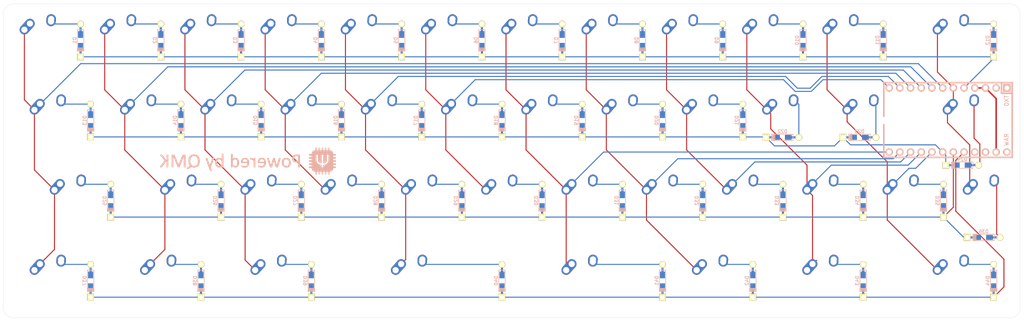
<source format=kicad_pcb>
(kicad_pcb (version 20171130) (host pcbnew 5.1.5+dfsg1-2build2)
  (layers (0 F.Cu signal) (31 B.Cu signal) (34 B.Paste user) (35 F.Paste user) (36 B.SilkS user) (37 F.SilkS user) (38 B.Mask user) (39 F.Mask user) (44 Edge.Cuts user))
  (net 0 "")
  (net 1 ROW0)
  (net 2 "Net-(D1-Pad2)")
  (net 3 "Net-(D2-Pad2)")
  (net 4 "Net-(D3-Pad2)")
  (net 5 "Net-(D4-Pad2)")
  (net 6 "Net-(D5-Pad2)")
  (net 7 "Net-(D6-Pad2)")
  (net 8 "Net-(D7-Pad2)")
  (net 9 "Net-(D8-Pad2)")
  (net 10 "Net-(D9-Pad2)")
  (net 11 "Net-(D10-Pad2)")
  (net 12 "Net-(D11-Pad2)")
  (net 13 "Net-(D12-Pad2)")
  (net 14 ROW1)
  (net 15 "Net-(D13-Pad2)")
  (net 16 "Net-(D14-Pad2)")
  (net 17 "Net-(D15-Pad2)")
  (net 18 "Net-(D16-Pad2)")
  (net 19 "Net-(D17-Pad2)")
  (net 20 "Net-(D18-Pad2)")
  (net 21 "Net-(D19-Pad2)")
  (net 22 "Net-(D20-Pad2)")
  (net 23 "Net-(D21-Pad2)")
  (net 24 "Net-(D22-Pad2)")
  (net 25 "Net-(D23-Pad2)")
  (net 26 "Net-(D24-Pad2)")
  (net 27 ROW2)
  (net 28 "Net-(D25-Pad2)")
  (net 29 "Net-(D26-Pad2)")
  (net 30 "Net-(D27-Pad2)")
  (net 31 "Net-(D28-Pad2)")
  (net 32 "Net-(D29-Pad2)")
  (net 33 "Net-(D30-Pad2)")
  (net 34 "Net-(D31-Pad2)")
  (net 35 "Net-(D32-Pad2)")
  (net 36 "Net-(D33-Pad2)")
  (net 37 "Net-(D34-Pad2)")
  (net 38 "Net-(D35-Pad2)")
  (net 39 "Net-(D36-Pad2)")
  (net 40 ROW3)
  (net 41 "Net-(D37-Pad2)")
  (net 42 "Net-(D38-Pad2)")
  (net 43 "Net-(D39-Pad2)")
  (net 44 "Net-(D40-Pad2)")
  (net 45 "Net-(D41-Pad2)")
  (net 46 "Net-(D42-Pad2)")
  (net 47 "Net-(D43-Pad2)")
  (net 48 "Net-(D44-Pad2)")
  (net 49 COL0)
  (net 50 COL1)
  (net 51 COL2)
  (net 52 COL3)
  (net 53 COL5)
  (net 54 COL6)
  (net 55 COL7)
  (net 56 COL8)
  (net 57 COL9)
  (net 58 COL10)
  (net 59 COL11)
  (net 60 GND)
  (net 61 COL4)
  (module MountingHole:MountingHole_2.5mm (layer F.Cu) (at 77.7826 133.3416)
    (fp_text reference REF** hide)
    (fp_text value MountingHole_2.5mm hide)
    (pad 1 np_thru_hole circle (at 0 0) (size 2.5 2.5) (drill 2.5) (layers *.Cu *.Mask))
  )
  (module MX_Alps_Hybrid:MX-1.25U-NoLED (layer F.Cu) (at 89.75725 142.8115)
    (fp_text reference MX39)
    (fp_text value MX-NoLED)
    (pad "" np_thru_hole circle (at 5.08 0 48.0996) (size 1.75 1.75) (drill 1.75) (layers *.Cu *.Mask))
    (pad "" np_thru_hole circle (at -5.08 0 48.0996) (size 1.75 1.75) (drill 1.75) (layers *.Cu *.Mask))
    (pad 1 thru_hole circle (at -2.5 -4) (size 2.25 2.25) (drill 1.47) (layers *.Cu B.Mask) (net 51 COL2))
    (pad "" np_thru_hole circle (at 0 0) (size 3.9878 3.9878) (drill 3.9878) (layers *.Cu *.Mask))
    (pad 1 thru_hole oval (at -3.81 -2.54 48.0996) (size 4.211556 2.25) (drill 1.47 (offset 0.980778 0)) (layers *.Cu B.Mask) (net 51 COL2))
    (pad 2 thru_hole circle (at 2.54 -5.08) (size 2.25 2.25) (drill 1.47) (layers *.Cu B.Mask) (net 43 "Net-(D39-Pad2)"))
    (pad 2 thru_hole oval (at 2.5 -4.5 86.0548) (size 2.831378 2.25) (drill 1.47 (offset 0.290689 0)) (layers *.Cu B.Mask) (net 43 "Net-(D39-Pad2)"))
  )
  (module MX_Alps_Hybrid:MX-1U-NoLED (layer F.Cu) (at 225.4885 85.6615)
    (fp_text reference MX11)
    (fp_text value MX-NoLED)
    (pad "" np_thru_hole circle (at 5.08 0 48.0996) (size 1.75 1.75) (drill 1.75) (layers *.Cu *.Mask))
    (pad "" np_thru_hole circle (at -5.08 0 48.0996) (size 1.75 1.75) (drill 1.75) (layers *.Cu *.Mask))
    (pad 1 thru_hole circle (at -2.5 -4) (size 2.25 2.25) (drill 1.47) (layers *.Cu B.Mask) (net 58 COL10))
    (pad "" np_thru_hole circle (at 0 0) (size 3.9878 3.9878) (drill 3.9878) (layers *.Cu *.Mask))
    (pad 1 thru_hole oval (at -3.81 -2.54 48.0996) (size 4.211556 2.25) (drill 1.47 (offset 0.980778 0)) (layers *.Cu B.Mask) (net 58 COL10))
    (pad 2 thru_hole circle (at 2.54 -5.08) (size 2.25 2.25) (drill 1.47) (layers *.Cu B.Mask) (net 12 "Net-(D11-Pad2)"))
    (pad 2 thru_hole oval (at 2.5 -4.5 86.0548) (size 2.831378 2.25) (drill 1.47 (offset 0.290689 0)) (layers *.Cu B.Mask) (net 12 "Net-(D11-Pad2)"))
  )
  (module MountingHole:MountingHole_2.5mm (layer F.Cu) (at 77.7826 95.244)
    (fp_text reference REF** hide)
    (fp_text value MountingHole_2.5mm hide)
    (pad 1 np_thru_hole circle (at 0 0) (size 2.5 2.5) (drill 2.5) (layers *.Cu *.Mask))
  )
  (module MountingHole:MountingHole_2.5mm (layer F.Cu) (at 215.8864 95.244)
    (fp_text reference REF** hide)
    (fp_text value MountingHole_2.5mm)
    (pad 1 np_thru_hole circle (at 0 0) (size 2.5 2.5) (drill 2.5) (layers *.Cu *.Mask))
  )
  (module MX_Alps_Hybrid:MX-1.5U-NoLED (layer F.Cu) (at 220.726 142.8115)
    (fp_text reference MX43)
    (fp_text value MX-NoLED)
    (pad "" np_thru_hole circle (at 5.08 0 48.0996) (size 1.75 1.75) (drill 1.75) (layers *.Cu *.Mask))
    (pad "" np_thru_hole circle (at -5.08 0 48.0996) (size 1.75 1.75) (drill 1.75) (layers *.Cu *.Mask))
    (pad 1 thru_hole circle (at -2.5 -4) (size 2.25 2.25) (drill 1.47) (layers *.Cu B.Mask) (net 57 COL9))
    (pad "" np_thru_hole circle (at 0 0) (size 3.9878 3.9878) (drill 3.9878) (layers *.Cu *.Mask))
    (pad 1 thru_hole oval (at -3.81 -2.54 48.0996) (size 4.211556 2.25) (drill 1.47 (offset 0.980778 0)) (layers *.Cu B.Mask) (net 57 COL9))
    (pad 2 thru_hole circle (at 2.54 -5.08) (size 2.25 2.25) (drill 1.47) (layers *.Cu B.Mask) (net 47 "Net-(D43-Pad2)"))
    (pad 2 thru_hole oval (at 2.5 -4.5 86.0548) (size 2.831378 2.25) (drill 1.47 (offset 0.290689 0)) (layers *.Cu B.Mask) (net 47 "Net-(D43-Pad2)"))
  )
  (module MountingHole:MountingHole_2.5mm (layer F.Cu) (at 215.8864 133.3416)
    (fp_text reference REF** hide)
    (fp_text value MountingHole_2.5mm hide)
    (pad 1 np_thru_hole circle (at 0 0) (size 2.5 2.5) (drill 2.5) (layers *.Cu *.Mask))
  )
  (module MountingHole:MountingHole_2.5mm (layer F.Cu) (at 144.4534 114.2928)
    (fp_text reference . (at 0.7937 0) (layer F.SilkS) (effects (font (size 0.3 0.3) (thickness 0.075))))
    (fp_text value MountingHole_2.5mm)
    (pad 1 np_thru_hole circle (at 0 0) (size 2.5 2.5) (drill 2.5) (layers *.Cu *.Mask))
  )
  (module MX_Alps_Hybrid:MX-1U-NoLED (layer F.Cu) (at 206.4385 85.6615)
    (fp_text reference MX10)
    (fp_text value MX-NoLED)
    (pad "" np_thru_hole circle (at 5.08 0 48.0996) (size 1.75 1.75) (drill 1.75) (layers *.Cu *.Mask))
    (pad "" np_thru_hole circle (at -5.08 0 48.0996) (size 1.75 1.75) (drill 1.75) (layers *.Cu *.Mask))
    (pad 1 thru_hole circle (at -2.5 -4) (size 2.25 2.25) (drill 1.47) (layers *.Cu B.Mask) (net 57 COL9))
    (pad "" np_thru_hole circle (at 0 0) (size 3.9878 3.9878) (drill 3.9878) (layers *.Cu *.Mask))
    (pad 1 thru_hole oval (at -3.81 -2.54 48.0996) (size 4.211556 2.25) (drill 1.47 (offset 0.980778 0)) (layers *.Cu B.Mask) (net 57 COL9))
    (pad 2 thru_hole circle (at 2.54 -5.08) (size 2.25 2.25) (drill 1.47) (layers *.Cu B.Mask) (net 11 "Net-(D10-Pad2)"))
    (pad 2 thru_hole oval (at 2.5 -4.5 86.0548) (size 2.831378 2.25) (drill 1.47 (offset 0.290689 0)) (layers *.Cu B.Mask) (net 11 "Net-(D10-Pad2)"))
  )
  (module silkscreen:silk-qmk (layer B.Cu) (at 84.1375 114.3 180)
    (fp_text reference G*** hide)
    (fp_text value LOGO hide)
  )
  (module MX_Alps_Hybrid:MX-1.5U-NoLED (layer F.Cu) (at 254.0635 104.7115)
    (fp_text reference MX24)
    (fp_text value MX-NoLED)
    (pad "" np_thru_hole circle (at 5.08 0 48.0996) (size 1.75 1.75) (drill 1.75) (layers *.Cu *.Mask))
    (pad "" np_thru_hole circle (at -5.08 0 48.0996) (size 1.75 1.75) (drill 1.75) (layers *.Cu *.Mask))
    (pad 1 thru_hole circle (at -2.5 -4) (size 2.25 2.25) (drill 1.47) (layers *.Cu B.Mask) (net 59 COL11))
    (pad "" np_thru_hole circle (at 0 0) (size 3.9878 3.9878) (drill 3.9878) (layers *.Cu *.Mask))
    (pad 1 thru_hole oval (at -3.81 -2.54 48.0996) (size 4.211556 2.25) (drill 1.47 (offset 0.980778 0)) (layers *.Cu B.Mask) (net 59 COL11))
    (pad 2 thru_hole circle (at 2.54 -5.08) (size 2.25 2.25) (drill 1.47) (layers *.Cu B.Mask) (net 26 "Net-(D24-Pad2)"))
    (pad 2 thru_hole oval (at 2.5 -4.5 86.0548) (size 2.831378 2.25) (drill 1.47 (offset 0.290689 0)) (layers *.Cu B.Mask) (net 26 "Net-(D24-Pad2)"))
  )
  (module MX_Alps_Hybrid:MX-1U-NoLED (layer F.Cu) (at 258.826 123.7615)
    (fp_text reference MX36)
    (fp_text value MX-NoLED)
    (pad "" np_thru_hole circle (at 5.08 0 48.0996) (size 1.75 1.75) (drill 1.75) (layers *.Cu *.Mask))
    (pad "" np_thru_hole circle (at -5.08 0 48.0996) (size 1.75 1.75) (drill 1.75) (layers *.Cu *.Mask))
    (pad 1 thru_hole circle (at -2.5 -4) (size 2.25 2.25) (drill 1.47) (layers *.Cu B.Mask) (net 59 COL11))
    (pad "" np_thru_hole circle (at 0 0) (size 3.9878 3.9878) (drill 3.9878) (layers *.Cu *.Mask))
    (pad 1 thru_hole oval (at -3.81 -2.54 48.0996) (size 4.211556 2.25) (drill 1.47 (offset 0.980778 0)) (layers *.Cu B.Mask) (net 59 COL11))
    (pad 2 thru_hole circle (at 2.54 -5.08) (size 2.25 2.25) (drill 1.47) (layers *.Cu B.Mask) (net 39 "Net-(D36-Pad2)"))
    (pad 2 thru_hole oval (at 2.5 -4.5 86.0548) (size 2.831378 2.25) (drill 1.47 (offset 0.290689 0)) (layers *.Cu B.Mask) (net 39 "Net-(D36-Pad2)"))
  )
  (module MX_Alps_Hybrid:MX-2U-ReversedStabilizers-NoLED (layer F.Cu) (at 163.576 142.8115)
    (fp_text reference MX41)
    (fp_text value MX-NoLED)
    (pad "" np_thru_hole circle (at 11.938 -8.255) (size 3.9878 3.9878) (drill 3.9878) (layers *.Cu *.Mask))
    (pad "" np_thru_hole circle (at -11.938 -8.255) (size 3.9878 3.9878) (drill 3.9878) (layers *.Cu *.Mask))
    (pad "" np_thru_hole circle (at 11.938 6.985) (size 3.048 3.048) (drill 3.048) (layers *.Cu *.Mask))
    (pad "" np_thru_hole circle (at -11.938 6.985) (size 3.048 3.048) (drill 3.048) (layers *.Cu *.Mask))
    (pad "" np_thru_hole circle (at 5.08 0 48.0996) (size 1.75 1.75) (drill 1.75) (layers *.Cu *.Mask))
    (pad "" np_thru_hole circle (at -5.08 0 48.0996) (size 1.75 1.75) (drill 1.75) (layers *.Cu *.Mask))
    (pad 1 thru_hole circle (at -2.5 -4) (size 2.25 2.25) (drill 1.47) (layers *.Cu B.Mask) (net 54 COL6))
    (pad "" np_thru_hole circle (at 0 0) (size 3.9878 3.9878) (drill 3.9878) (layers *.Cu *.Mask))
    (pad 1 thru_hole oval (at -3.81 -2.54 48.0996) (size 4.211556 2.25) (drill 1.47 (offset 0.980778 0)) (layers *.Cu B.Mask) (net 54 COL6))
    (pad 2 thru_hole circle (at 2.54 -5.08) (size 2.25 2.25) (drill 1.47) (layers *.Cu B.Mask) (net 45 "Net-(D41-Pad2)"))
    (pad 2 thru_hole oval (at 2.5 -4.5 86.0548) (size 2.831378 2.25) (drill 1.47 (offset 0.290689 0)) (layers *.Cu B.Mask) (net 45 "Net-(D41-Pad2)"))
  )
  (module MX_Alps_Hybrid:MX-2.25U-ReversedStabilizers-NoLED (layer F.Cu) (at 123.09475 142.8115)
    (fp_text reference MX40)
    (fp_text value MX-NoLED)
    (pad "" np_thru_hole circle (at 11.938 -8.255) (size 3.9878 3.9878) (drill 3.9878) (layers *.Cu *.Mask))
    (pad "" np_thru_hole circle (at -11.938 -8.255) (size 3.9878 3.9878) (drill 3.9878) (layers *.Cu *.Mask))
    (pad "" np_thru_hole circle (at 11.938 6.985) (size 3.048 3.048) (drill 3.048) (layers *.Cu *.Mask))
    (pad "" np_thru_hole circle (at -11.938 6.985) (size 3.048 3.048) (drill 3.048) (layers *.Cu *.Mask))
    (pad "" np_thru_hole circle (at 5.08 0 48.0996) (size 1.75 1.75) (drill 1.75) (layers *.Cu *.Mask))
    (pad "" np_thru_hole circle (at -5.08 0 48.0996) (size 1.75 1.75) (drill 1.75) (layers *.Cu *.Mask))
    (pad 1 thru_hole circle (at -2.5 -4) (size 2.25 2.25) (drill 1.47) (layers *.Cu B.Mask) (net 61 COL4))
    (pad "" np_thru_hole circle (at 0 0) (size 3.9878 3.9878) (drill 3.9878) (layers *.Cu *.Mask))
    (pad 1 thru_hole oval (at -3.81 -2.54 48.0996) (size 4.211556 2.25) (drill 1.47 (offset 0.980778 0)) (layers *.Cu B.Mask) (net 61 COL4))
    (pad 2 thru_hole circle (at 2.54 -5.08) (size 2.25 2.25) (drill 1.47) (layers *.Cu B.Mask) (net 44 "Net-(D40-Pad2)"))
    (pad 2 thru_hole oval (at 2.5 -4.5 86.0548) (size 2.831378 2.25) (drill 1.47 (offset 0.290689 0)) (layers *.Cu B.Mask) (net 44 "Net-(D40-Pad2)"))
  )
  (module Keebio-Parts:ArduinoProMicro-BackSide (layer F.Cu) (at 250.3805 104.5845 180)
    (fp_text reference U1 hide)
    (fp_text value ProMicro hide)
    (fp_text user RAW (at -13.9 -4.7 90) (layer B.SilkS) (effects (justify mirror)))
    (fp_text user TX0 (at -13.9 4.6 90) (layer B.SilkS) (effects (justify mirror)))
    (pad 24 thru_hole circle (at -13.97 -7.62 180) (size 1.7526 1.7526) (drill 1.0922) (layers *.Cu *.SilkS *.Mask))
    (pad 12 thru_hole circle (at 13.97 7.62 180) (size 1.7526 1.7526) (drill 1.0922) (layers *.Cu *.SilkS *.Mask) (net 53 COL5))
    (pad 23 thru_hole circle (at -11.43 -7.62 180) (size 1.7526 1.7526) (drill 1.0922) (layers *.Cu *.SilkS *.Mask) (net 60 GND))
    (pad 22 thru_hole circle (at -8.89 -7.62 180) (size 1.7526 1.7526) (drill 1.0922) (layers *.Cu *.SilkS *.Mask))
    (pad 21 thru_hole circle (at -6.35 -7.62 180) (size 1.7526 1.7526) (drill 1.0922) (layers *.Cu *.SilkS *.Mask))
    (pad 20 thru_hole circle (at -3.81 -7.62 180) (size 1.7526 1.7526) (drill 1.0922) (layers *.Cu *.SilkS *.Mask) (net 40 ROW3))
    (pad 19 thru_hole circle (at -1.27 -7.62 180) (size 1.7526 1.7526) (drill 1.0922) (layers *.Cu *.SilkS *.Mask) (net 27 ROW2))
    (pad 18 thru_hole circle (at 1.27 -7.62 180) (size 1.7526 1.7526) (drill 1.0922) (layers *.Cu *.SilkS *.Mask) (net 14 ROW1))
    (pad 17 thru_hole circle (at 3.81 -7.62 180) (size 1.7526 1.7526) (drill 1.0922) (layers *.Cu *.SilkS *.Mask) (net 58 COL10))
    (pad 16 thru_hole circle (at 6.35 -7.62 180) (size 1.7526 1.7526) (drill 1.0922) (layers *.Cu *.SilkS *.Mask) (net 57 COL9))
    (pad 15 thru_hole circle (at 8.89 -7.62 180) (size 1.7526 1.7526) (drill 1.0922) (layers *.Cu *.SilkS *.Mask) (net 56 COL8))
    (pad 14 thru_hole circle (at 11.43 -7.62 180) (size 1.7526 1.7526) (drill 1.0922) (layers *.Cu *.SilkS *.Mask) (net 55 COL7))
    (pad 13 thru_hole circle (at 13.97 -7.62 180) (size 1.7526 1.7526) (drill 1.0922) (layers *.Cu *.SilkS *.Mask) (net 54 COL6))
    (pad 11 thru_hole circle (at 11.43 7.62 180) (size 1.7526 1.7526) (drill 1.0922) (layers *.Cu *.SilkS *.Mask) (net 61 COL4))
    (pad 10 thru_hole circle (at 8.89 7.62 180) (size 1.7526 1.7526) (drill 1.0922) (layers *.Cu *.SilkS *.Mask) (net 52 COL3))
    (pad 9 thru_hole circle (at 6.35 7.62 180) (size 1.7526 1.7526) (drill 1.0922) (layers *.Cu *.SilkS *.Mask) (net 51 COL2))
    (pad 8 thru_hole circle (at 3.81 7.62 180) (size 1.7526 1.7526) (drill 1.0922) (layers *.Cu *.SilkS *.Mask) (net 50 COL1))
    (pad 7 thru_hole circle (at 1.27 7.62 180) (size 1.7526 1.7526) (drill 1.0922) (layers *.Cu *.SilkS *.Mask) (net 49 COL0))
    (pad 6 thru_hole circle (at -1.27 7.62 180) (size 1.7526 1.7526) (drill 1.0922) (layers *.Cu *.SilkS *.Mask) (net 59 COL11))
    (pad 5 thru_hole circle (at -3.81 7.62 180) (size 1.7526 1.7526) (drill 1.0922) (layers *.Cu *.SilkS *.Mask) (net 1 ROW0))
    (pad 4 thru_hole circle (at -6.35 7.62 180) (size 1.7526 1.7526) (drill 1.0922) (layers *.Cu *.SilkS *.Mask) (net 60 GND))
    (pad 3 thru_hole circle (at -8.89 7.62 180) (size 1.7526 1.7526) (drill 1.0922) (layers *.Cu *.SilkS *.Mask) (net 60 GND))
    (pad 2 thru_hole circle (at -11.43 7.62 180) (size 1.7526 1.7526) (drill 1.0922) (layers *.Cu *.SilkS *.Mask))
    (pad 1 thru_hole rect (at -13.97 7.62 180) (size 1.7526 1.7526) (drill 1.0922) (layers *.Cu *.SilkS *.Mask))
  )
  (module MX_Alps_Hybrid:MX-1.75U-NoLED (layer F.Cu) (at 251.68225 142.8115)
    (fp_text reference MX44)
    (fp_text value MX-NoLED)
    (pad "" np_thru_hole circle (at 5.08 0 48.0996) (size 1.75 1.75) (drill 1.75) (layers *.Cu *.Mask))
    (pad "" np_thru_hole circle (at -5.08 0 48.0996) (size 1.75 1.75) (drill 1.75) (layers *.Cu *.Mask))
    (pad 1 thru_hole circle (at -2.5 -4) (size 2.25 2.25) (drill 1.47) (layers *.Cu B.Mask) (net 58 COL10))
    (pad "" np_thru_hole circle (at 0 0) (size 3.9878 3.9878) (drill 3.9878) (layers *.Cu *.Mask))
    (pad 1 thru_hole oval (at -3.81 -2.54 48.0996) (size 4.211556 2.25) (drill 1.47 (offset 0.980778 0)) (layers *.Cu B.Mask) (net 58 COL10))
    (pad 2 thru_hole circle (at 2.54 -5.08) (size 2.25 2.25) (drill 1.47) (layers *.Cu B.Mask) (net 48 "Net-(D44-Pad2)"))
    (pad 2 thru_hole oval (at 2.5 -4.5 86.0548) (size 2.831378 2.25) (drill 1.47 (offset 0.290689 0)) (layers *.Cu B.Mask) (net 48 "Net-(D44-Pad2)"))
  )
  (module MX_Alps_Hybrid:MX-1.25U-NoLED (layer F.Cu) (at 194.53225 142.8115)
    (fp_text reference MX42)
    (fp_text value MX-NoLED)
    (pad "" np_thru_hole circle (at 5.08 0 48.0996) (size 1.75 1.75) (drill 1.75) (layers *.Cu *.Mask))
    (pad "" np_thru_hole circle (at -5.08 0 48.0996) (size 1.75 1.75) (drill 1.75) (layers *.Cu *.Mask))
    (pad 1 thru_hole circle (at -2.5 -4) (size 2.25 2.25) (drill 1.47) (layers *.Cu B.Mask) (net 55 COL7))
    (pad "" np_thru_hole circle (at 0 0) (size 3.9878 3.9878) (drill 3.9878) (layers *.Cu *.Mask))
    (pad 1 thru_hole oval (at -3.81 -2.54 48.0996) (size 4.211556 2.25) (drill 1.47 (offset 0.980778 0)) (layers *.Cu B.Mask) (net 55 COL7))
    (pad 2 thru_hole circle (at 2.54 -5.08) (size 2.25 2.25) (drill 1.47) (layers *.Cu B.Mask) (net 46 "Net-(D42-Pad2)"))
    (pad 2 thru_hole oval (at 2.5 -4.5 86.0548) (size 2.831378 2.25) (drill 1.47 (offset 0.290689 0)) (layers *.Cu B.Mask) (net 46 "Net-(D42-Pad2)"))
  )
  (module MX_Alps_Hybrid:MX-1.5U-NoLED (layer F.Cu) (at 63.5635 142.8115)
    (fp_text reference MX38)
    (fp_text value MX-NoLED)
    (pad "" np_thru_hole circle (at 5.08 0 48.0996) (size 1.75 1.75) (drill 1.75) (layers *.Cu *.Mask))
    (pad "" np_thru_hole circle (at -5.08 0 48.0996) (size 1.75 1.75) (drill 1.75) (layers *.Cu *.Mask))
    (pad 1 thru_hole circle (at -2.5 -4) (size 2.25 2.25) (drill 1.47) (layers *.Cu B.Mask) (net 50 COL1))
    (pad "" np_thru_hole circle (at 0 0) (size 3.9878 3.9878) (drill 3.9878) (layers *.Cu *.Mask))
    (pad 1 thru_hole oval (at -3.81 -2.54 48.0996) (size 4.211556 2.25) (drill 1.47 (offset 0.980778 0)) (layers *.Cu B.Mask) (net 50 COL1))
    (pad 2 thru_hole circle (at 2.54 -5.08) (size 2.25 2.25) (drill 1.47) (layers *.Cu B.Mask) (net 42 "Net-(D38-Pad2)"))
    (pad 2 thru_hole oval (at 2.5 -4.5 86.0548) (size 2.831378 2.25) (drill 1.47 (offset 0.290689 0)) (layers *.Cu B.Mask) (net 42 "Net-(D38-Pad2)"))
  )
  (module MX_Alps_Hybrid:MX-1.25U-NoLED (layer F.Cu) (at 37.36975 142.8115)
    (fp_text reference MX37)
    (fp_text value MX-NoLED)
    (pad "" np_thru_hole circle (at 5.08 0 48.0996) (size 1.75 1.75) (drill 1.75) (layers *.Cu *.Mask))
    (pad "" np_thru_hole circle (at -5.08 0 48.0996) (size 1.75 1.75) (drill 1.75) (layers *.Cu *.Mask))
    (pad 1 thru_hole circle (at -2.5 -4) (size 2.25 2.25) (drill 1.47) (layers *.Cu B.Mask) (net 49 COL0))
    (pad "" np_thru_hole circle (at 0 0) (size 3.9878 3.9878) (drill 3.9878) (layers *.Cu *.Mask))
    (pad 1 thru_hole oval (at -3.81 -2.54 48.0996) (size 4.211556 2.25) (drill 1.47 (offset 0.980778 0)) (layers *.Cu B.Mask) (net 49 COL0))
    (pad 2 thru_hole circle (at 2.54 -5.08) (size 2.25 2.25) (drill 1.47) (layers *.Cu B.Mask) (net 41 "Net-(D37-Pad2)"))
    (pad 2 thru_hole oval (at 2.5 -4.5 86.0548) (size 2.831378 2.25) (drill 1.47 (offset 0.290689 0)) (layers *.Cu B.Mask) (net 41 "Net-(D37-Pad2)"))
  )
  (module MX_Alps_Hybrid:MX-1U-NoLED (layer F.Cu) (at 239.776 123.7615)
    (fp_text reference MX35)
    (fp_text value MX-NoLED)
    (pad "" np_thru_hole circle (at 5.08 0 48.0996) (size 1.75 1.75) (drill 1.75) (layers *.Cu *.Mask))
    (pad "" np_thru_hole circle (at -5.08 0 48.0996) (size 1.75 1.75) (drill 1.75) (layers *.Cu *.Mask))
    (pad 1 thru_hole circle (at -2.5 -4) (size 2.25 2.25) (drill 1.47) (layers *.Cu B.Mask) (net 58 COL10))
    (pad "" np_thru_hole circle (at 0 0) (size 3.9878 3.9878) (drill 3.9878) (layers *.Cu *.Mask))
    (pad 1 thru_hole oval (at -3.81 -2.54 48.0996) (size 4.211556 2.25) (drill 1.47 (offset 0.980778 0)) (layers *.Cu B.Mask) (net 58 COL10))
    (pad 2 thru_hole circle (at 2.54 -5.08) (size 2.25 2.25) (drill 1.47) (layers *.Cu B.Mask) (net 38 "Net-(D35-Pad2)"))
    (pad 2 thru_hole oval (at 2.5 -4.5 86.0548) (size 2.831378 2.25) (drill 1.47 (offset 0.290689 0)) (layers *.Cu B.Mask) (net 38 "Net-(D35-Pad2)"))
  )
  (module MX_Alps_Hybrid:MX-1U-NoLED (layer F.Cu) (at 220.726 123.7615)
    (fp_text reference MX34)
    (fp_text value MX-NoLED)
    (pad "" np_thru_hole circle (at 5.08 0 48.0996) (size 1.75 1.75) (drill 1.75) (layers *.Cu *.Mask))
    (pad "" np_thru_hole circle (at -5.08 0 48.0996) (size 1.75 1.75) (drill 1.75) (layers *.Cu *.Mask))
    (pad 1 thru_hole circle (at -2.5 -4) (size 2.25 2.25) (drill 1.47) (layers *.Cu B.Mask) (net 57 COL9))
    (pad "" np_thru_hole circle (at 0 0) (size 3.9878 3.9878) (drill 3.9878) (layers *.Cu *.Mask))
    (pad 1 thru_hole oval (at -3.81 -2.54 48.0996) (size 4.211556 2.25) (drill 1.47 (offset 0.980778 0)) (layers *.Cu B.Mask) (net 57 COL9))
    (pad 2 thru_hole circle (at 2.54 -5.08) (size 2.25 2.25) (drill 1.47) (layers *.Cu B.Mask) (net 37 "Net-(D34-Pad2)"))
    (pad 2 thru_hole oval (at 2.5 -4.5 86.0548) (size 2.831378 2.25) (drill 1.47 (offset 0.290689 0)) (layers *.Cu B.Mask) (net 37 "Net-(D34-Pad2)"))
  )
  (module MX_Alps_Hybrid:MX-1U-NoLED (layer F.Cu) (at 201.676 123.7615)
    (fp_text reference MX33)
    (fp_text value MX-NoLED)
    (pad "" np_thru_hole circle (at 5.08 0 48.0996) (size 1.75 1.75) (drill 1.75) (layers *.Cu *.Mask))
    (pad "" np_thru_hole circle (at -5.08 0 48.0996) (size 1.75 1.75) (drill 1.75) (layers *.Cu *.Mask))
    (pad 1 thru_hole circle (at -2.5 -4) (size 2.25 2.25) (drill 1.47) (layers *.Cu B.Mask) (net 56 COL8))
    (pad "" np_thru_hole circle (at 0 0) (size 3.9878 3.9878) (drill 3.9878) (layers *.Cu *.Mask))
    (pad 1 thru_hole oval (at -3.81 -2.54 48.0996) (size 4.211556 2.25) (drill 1.47 (offset 0.980778 0)) (layers *.Cu B.Mask) (net 56 COL8))
    (pad 2 thru_hole circle (at 2.54 -5.08) (size 2.25 2.25) (drill 1.47) (layers *.Cu B.Mask) (net 36 "Net-(D33-Pad2)"))
    (pad 2 thru_hole oval (at 2.5 -4.5 86.0548) (size 2.831378 2.25) (drill 1.47 (offset 0.290689 0)) (layers *.Cu B.Mask) (net 36 "Net-(D33-Pad2)"))
  )
  (module MX_Alps_Hybrid:MX-1U-NoLED (layer F.Cu) (at 182.626 123.7615)
    (fp_text reference MX32)
    (fp_text value MX-NoLED)
    (pad "" np_thru_hole circle (at 5.08 0 48.0996) (size 1.75 1.75) (drill 1.75) (layers *.Cu *.Mask))
    (pad "" np_thru_hole circle (at -5.08 0 48.0996) (size 1.75 1.75) (drill 1.75) (layers *.Cu *.Mask))
    (pad 1 thru_hole circle (at -2.5 -4) (size 2.25 2.25) (drill 1.47) (layers *.Cu B.Mask) (net 55 COL7))
    (pad "" np_thru_hole circle (at 0 0) (size 3.9878 3.9878) (drill 3.9878) (layers *.Cu *.Mask))
    (pad 1 thru_hole oval (at -3.81 -2.54 48.0996) (size 4.211556 2.25) (drill 1.47 (offset 0.980778 0)) (layers *.Cu B.Mask) (net 55 COL7))
    (pad 2 thru_hole circle (at 2.54 -5.08) (size 2.25 2.25) (drill 1.47) (layers *.Cu B.Mask) (net 35 "Net-(D32-Pad2)"))
    (pad 2 thru_hole oval (at 2.5 -4.5 86.0548) (size 2.831378 2.25) (drill 1.47 (offset 0.290689 0)) (layers *.Cu B.Mask) (net 35 "Net-(D32-Pad2)"))
  )
  (module MX_Alps_Hybrid:MX-1U-NoLED (layer F.Cu) (at 163.576 123.7615)
    (fp_text reference MX31)
    (fp_text value MX-NoLED)
    (pad "" np_thru_hole circle (at 5.08 0 48.0996) (size 1.75 1.75) (drill 1.75) (layers *.Cu *.Mask))
    (pad "" np_thru_hole circle (at -5.08 0 48.0996) (size 1.75 1.75) (drill 1.75) (layers *.Cu *.Mask))
    (pad 1 thru_hole circle (at -2.5 -4) (size 2.25 2.25) (drill 1.47) (layers *.Cu B.Mask) (net 54 COL6))
    (pad "" np_thru_hole circle (at 0 0) (size 3.9878 3.9878) (drill 3.9878) (layers *.Cu *.Mask))
    (pad 1 thru_hole oval (at -3.81 -2.54 48.0996) (size 4.211556 2.25) (drill 1.47 (offset 0.980778 0)) (layers *.Cu B.Mask) (net 54 COL6))
    (pad 2 thru_hole circle (at 2.54 -5.08) (size 2.25 2.25) (drill 1.47) (layers *.Cu B.Mask) (net 34 "Net-(D31-Pad2)"))
    (pad 2 thru_hole oval (at 2.5 -4.5 86.0548) (size 2.831378 2.25) (drill 1.47 (offset 0.290689 0)) (layers *.Cu B.Mask) (net 34 "Net-(D31-Pad2)"))
  )
  (module MX_Alps_Hybrid:MX-1U-NoLED (layer F.Cu) (at 144.526 123.7615)
    (fp_text reference MX30)
    (fp_text value MX-NoLED)
    (pad "" np_thru_hole circle (at 5.08 0 48.0996) (size 1.75 1.75) (drill 1.75) (layers *.Cu *.Mask))
    (pad "" np_thru_hole circle (at -5.08 0 48.0996) (size 1.75 1.75) (drill 1.75) (layers *.Cu *.Mask))
    (pad 1 thru_hole circle (at -2.5 -4) (size 2.25 2.25) (drill 1.47) (layers *.Cu B.Mask) (net 53 COL5))
    (pad "" np_thru_hole circle (at 0 0) (size 3.9878 3.9878) (drill 3.9878) (layers *.Cu *.Mask))
    (pad 1 thru_hole oval (at -3.81 -2.54 48.0996) (size 4.211556 2.25) (drill 1.47 (offset 0.980778 0)) (layers *.Cu B.Mask) (net 53 COL5))
    (pad 2 thru_hole circle (at 2.54 -5.08) (size 2.25 2.25) (drill 1.47) (layers *.Cu B.Mask) (net 33 "Net-(D30-Pad2)"))
    (pad 2 thru_hole oval (at 2.5 -4.5 86.0548) (size 2.831378 2.25) (drill 1.47 (offset 0.290689 0)) (layers *.Cu B.Mask) (net 33 "Net-(D30-Pad2)"))
  )
  (module MX_Alps_Hybrid:MX-1U-NoLED (layer F.Cu) (at 125.476 123.7615)
    (fp_text reference MX29)
    (fp_text value MX-NoLED)
    (pad "" np_thru_hole circle (at 5.08 0 48.0996) (size 1.75 1.75) (drill 1.75) (layers *.Cu *.Mask))
    (pad "" np_thru_hole circle (at -5.08 0 48.0996) (size 1.75 1.75) (drill 1.75) (layers *.Cu *.Mask))
    (pad 1 thru_hole circle (at -2.5 -4) (size 2.25 2.25) (drill 1.47) (layers *.Cu B.Mask) (net 61 COL4))
    (pad "" np_thru_hole circle (at 0 0) (size 3.9878 3.9878) (drill 3.9878) (layers *.Cu *.Mask))
    (pad 1 thru_hole oval (at -3.81 -2.54 48.0996) (size 4.211556 2.25) (drill 1.47 (offset 0.980778 0)) (layers *.Cu B.Mask) (net 61 COL4))
    (pad 2 thru_hole circle (at 2.54 -5.08) (size 2.25 2.25) (drill 1.47) (layers *.Cu B.Mask) (net 32 "Net-(D29-Pad2)"))
    (pad 2 thru_hole oval (at 2.5 -4.5 86.0548) (size 2.831378 2.25) (drill 1.47 (offset 0.290689 0)) (layers *.Cu B.Mask) (net 32 "Net-(D29-Pad2)"))
  )
  (module MX_Alps_Hybrid:MX-1U-NoLED (layer F.Cu) (at 106.426 123.7615)
    (fp_text reference MX28)
    (fp_text value MX-NoLED)
    (pad "" np_thru_hole circle (at 5.08 0 48.0996) (size 1.75 1.75) (drill 1.75) (layers *.Cu *.Mask))
    (pad "" np_thru_hole circle (at -5.08 0 48.0996) (size 1.75 1.75) (drill 1.75) (layers *.Cu *.Mask))
    (pad 1 thru_hole circle (at -2.5 -4) (size 2.25 2.25) (drill 1.47) (layers *.Cu B.Mask) (net 52 COL3))
    (pad "" np_thru_hole circle (at 0 0) (size 3.9878 3.9878) (drill 3.9878) (layers *.Cu *.Mask))
    (pad 1 thru_hole oval (at -3.81 -2.54 48.0996) (size 4.211556 2.25) (drill 1.47 (offset 0.980778 0)) (layers *.Cu B.Mask) (net 52 COL3))
    (pad 2 thru_hole circle (at 2.54 -5.08) (size 2.25 2.25) (drill 1.47) (layers *.Cu B.Mask) (net 31 "Net-(D28-Pad2)"))
    (pad 2 thru_hole oval (at 2.5 -4.5 86.0548) (size 2.831378 2.25) (drill 1.47 (offset 0.290689 0)) (layers *.Cu B.Mask) (net 31 "Net-(D28-Pad2)"))
  )
  (module MX_Alps_Hybrid:MX-1U-NoLED (layer F.Cu) (at 87.376 123.7615)
    (fp_text reference MX27)
    (fp_text value MX-NoLED)
    (pad "" np_thru_hole circle (at 5.08 0 48.0996) (size 1.75 1.75) (drill 1.75) (layers *.Cu *.Mask))
    (pad "" np_thru_hole circle (at -5.08 0 48.0996) (size 1.75 1.75) (drill 1.75) (layers *.Cu *.Mask))
    (pad 1 thru_hole circle (at -2.5 -4) (size 2.25 2.25) (drill 1.47) (layers *.Cu B.Mask) (net 51 COL2))
    (pad "" np_thru_hole circle (at 0 0) (size 3.9878 3.9878) (drill 3.9878) (layers *.Cu *.Mask))
    (pad 1 thru_hole oval (at -3.81 -2.54 48.0996) (size 4.211556 2.25) (drill 1.47 (offset 0.980778 0)) (layers *.Cu B.Mask) (net 51 COL2))
    (pad 2 thru_hole circle (at 2.54 -5.08) (size 2.25 2.25) (drill 1.47) (layers *.Cu B.Mask) (net 30 "Net-(D27-Pad2)"))
    (pad 2 thru_hole oval (at 2.5 -4.5 86.0548) (size 2.831378 2.25) (drill 1.47 (offset 0.290689 0)) (layers *.Cu B.Mask) (net 30 "Net-(D27-Pad2)"))
  )
  (module MX_Alps_Hybrid:MX-1U-NoLED (layer F.Cu) (at 68.326 123.7615)
    (fp_text reference MX26)
    (fp_text value MX-NoLED)
    (pad "" np_thru_hole circle (at 5.08 0 48.0996) (size 1.75 1.75) (drill 1.75) (layers *.Cu *.Mask))
    (pad "" np_thru_hole circle (at -5.08 0 48.0996) (size 1.75 1.75) (drill 1.75) (layers *.Cu *.Mask))
    (pad 1 thru_hole circle (at -2.5 -4) (size 2.25 2.25) (drill 1.47) (layers *.Cu B.Mask) (net 50 COL1))
    (pad "" np_thru_hole circle (at 0 0) (size 3.9878 3.9878) (drill 3.9878) (layers *.Cu *.Mask))
    (pad 1 thru_hole oval (at -3.81 -2.54 48.0996) (size 4.211556 2.25) (drill 1.47 (offset 0.980778 0)) (layers *.Cu B.Mask) (net 50 COL1))
    (pad 2 thru_hole circle (at 2.54 -5.08) (size 2.25 2.25) (drill 1.47) (layers *.Cu B.Mask) (net 29 "Net-(D26-Pad2)"))
    (pad 2 thru_hole oval (at 2.5 -4.5 86.0548) (size 2.831378 2.25) (drill 1.47 (offset 0.290689 0)) (layers *.Cu B.Mask) (net 29 "Net-(D26-Pad2)"))
  )
  (module MX_Alps_Hybrid:MX-1.75U-NoLED (layer F.Cu) (at 42.13225 123.7615)
    (fp_text reference MX25)
    (fp_text value MX-NoLED)
    (pad "" np_thru_hole circle (at 5.08 0 48.0996) (size 1.75 1.75) (drill 1.75) (layers *.Cu *.Mask))
    (pad "" np_thru_hole circle (at -5.08 0 48.0996) (size 1.75 1.75) (drill 1.75) (layers *.Cu *.Mask))
    (pad 1 thru_hole circle (at -2.5 -4) (size 2.25 2.25) (drill 1.47) (layers *.Cu B.Mask) (net 49 COL0))
    (pad "" np_thru_hole circle (at 0 0) (size 3.9878 3.9878) (drill 3.9878) (layers *.Cu *.Mask))
    (pad 1 thru_hole oval (at -3.81 -2.54 48.0996) (size 4.211556 2.25) (drill 1.47 (offset 0.980778 0)) (layers *.Cu B.Mask) (net 49 COL0))
    (pad 2 thru_hole circle (at 2.54 -5.08) (size 2.25 2.25) (drill 1.47) (layers *.Cu B.Mask) (net 28 "Net-(D25-Pad2)"))
    (pad 2 thru_hole oval (at 2.5 -4.5 86.0548) (size 2.831378 2.25) (drill 1.47 (offset 0.290689 0)) (layers *.Cu B.Mask) (net 28 "Net-(D25-Pad2)"))
  )
  (module MX_Alps_Hybrid:MX-1U-NoLED (layer F.Cu) (at 230.251 104.7115)
    (fp_text reference MX23)
    (fp_text value MX-NoLED)
    (pad "" np_thru_hole circle (at 5.08 0 48.0996) (size 1.75 1.75) (drill 1.75) (layers *.Cu *.Mask))
    (pad "" np_thru_hole circle (at -5.08 0 48.0996) (size 1.75 1.75) (drill 1.75) (layers *.Cu *.Mask))
    (pad 1 thru_hole circle (at -2.5 -4) (size 2.25 2.25) (drill 1.47) (layers *.Cu B.Mask) (net 58 COL10))
    (pad "" np_thru_hole circle (at 0 0) (size 3.9878 3.9878) (drill 3.9878) (layers *.Cu *.Mask))
    (pad 1 thru_hole oval (at -3.81 -2.54 48.0996) (size 4.211556 2.25) (drill 1.47 (offset 0.980778 0)) (layers *.Cu B.Mask) (net 58 COL10))
    (pad 2 thru_hole circle (at 2.54 -5.08) (size 2.25 2.25) (drill 1.47) (layers *.Cu B.Mask) (net 25 "Net-(D23-Pad2)"))
    (pad 2 thru_hole oval (at 2.5 -4.5 86.0548) (size 2.831378 2.25) (drill 1.47 (offset 0.290689 0)) (layers *.Cu B.Mask) (net 25 "Net-(D23-Pad2)"))
  )
  (module MX_Alps_Hybrid:MX-1U-NoLED (layer F.Cu) (at 211.201 104.7115)
    (fp_text reference MX22)
    (fp_text value MX-NoLED)
    (pad "" np_thru_hole circle (at 5.08 0 48.0996) (size 1.75 1.75) (drill 1.75) (layers *.Cu *.Mask))
    (pad "" np_thru_hole circle (at -5.08 0 48.0996) (size 1.75 1.75) (drill 1.75) (layers *.Cu *.Mask))
    (pad 1 thru_hole circle (at -2.5 -4) (size 2.25 2.25) (drill 1.47) (layers *.Cu B.Mask) (net 57 COL9))
    (pad "" np_thru_hole circle (at 0 0) (size 3.9878 3.9878) (drill 3.9878) (layers *.Cu *.Mask))
    (pad 1 thru_hole oval (at -3.81 -2.54 48.0996) (size 4.211556 2.25) (drill 1.47 (offset 0.980778 0)) (layers *.Cu B.Mask) (net 57 COL9))
    (pad 2 thru_hole circle (at 2.54 -5.08) (size 2.25 2.25) (drill 1.47) (layers *.Cu B.Mask) (net 24 "Net-(D22-Pad2)"))
    (pad 2 thru_hole oval (at 2.5 -4.5 86.0548) (size 2.831378 2.25) (drill 1.47 (offset 0.290689 0)) (layers *.Cu B.Mask) (net 24 "Net-(D22-Pad2)"))
  )
  (module MX_Alps_Hybrid:MX-1U-NoLED (layer F.Cu) (at 192.151 104.7115)
    (fp_text reference MX21)
    (fp_text value MX-NoLED)
    (pad "" np_thru_hole circle (at 5.08 0 48.0996) (size 1.75 1.75) (drill 1.75) (layers *.Cu *.Mask))
    (pad "" np_thru_hole circle (at -5.08 0 48.0996) (size 1.75 1.75) (drill 1.75) (layers *.Cu *.Mask))
    (pad 1 thru_hole circle (at -2.5 -4) (size 2.25 2.25) (drill 1.47) (layers *.Cu B.Mask) (net 56 COL8))
    (pad "" np_thru_hole circle (at 0 0) (size 3.9878 3.9878) (drill 3.9878) (layers *.Cu *.Mask))
    (pad 1 thru_hole oval (at -3.81 -2.54 48.0996) (size 4.211556 2.25) (drill 1.47 (offset 0.980778 0)) (layers *.Cu B.Mask) (net 56 COL8))
    (pad 2 thru_hole circle (at 2.54 -5.08) (size 2.25 2.25) (drill 1.47) (layers *.Cu B.Mask) (net 23 "Net-(D21-Pad2)"))
    (pad 2 thru_hole oval (at 2.5 -4.5 86.0548) (size 2.831378 2.25) (drill 1.47 (offset 0.290689 0)) (layers *.Cu B.Mask) (net 23 "Net-(D21-Pad2)"))
  )
  (module MX_Alps_Hybrid:MX-1U-NoLED (layer F.Cu) (at 173.101 104.7115)
    (fp_text reference MX20)
    (fp_text value MX-NoLED)
    (pad "" np_thru_hole circle (at 5.08 0 48.0996) (size 1.75 1.75) (drill 1.75) (layers *.Cu *.Mask))
    (pad "" np_thru_hole circle (at -5.08 0 48.0996) (size 1.75 1.75) (drill 1.75) (layers *.Cu *.Mask))
    (pad 1 thru_hole circle (at -2.5 -4) (size 2.25 2.25) (drill 1.47) (layers *.Cu B.Mask) (net 55 COL7))
    (pad "" np_thru_hole circle (at 0 0) (size 3.9878 3.9878) (drill 3.9878) (layers *.Cu *.Mask))
    (pad 1 thru_hole oval (at -3.81 -2.54 48.0996) (size 4.211556 2.25) (drill 1.47 (offset 0.980778 0)) (layers *.Cu B.Mask) (net 55 COL7))
    (pad 2 thru_hole circle (at 2.54 -5.08) (size 2.25 2.25) (drill 1.47) (layers *.Cu B.Mask) (net 22 "Net-(D20-Pad2)"))
    (pad 2 thru_hole oval (at 2.5 -4.5 86.0548) (size 2.831378 2.25) (drill 1.47 (offset 0.290689 0)) (layers *.Cu B.Mask) (net 22 "Net-(D20-Pad2)"))
  )
  (module MX_Alps_Hybrid:MX-1U-NoLED (layer F.Cu) (at 154.051 104.7115)
    (fp_text reference MX19)
    (fp_text value MX-NoLED)
    (pad "" np_thru_hole circle (at 5.08 0 48.0996) (size 1.75 1.75) (drill 1.75) (layers *.Cu *.Mask))
    (pad "" np_thru_hole circle (at -5.08 0 48.0996) (size 1.75 1.75) (drill 1.75) (layers *.Cu *.Mask))
    (pad 1 thru_hole circle (at -2.5 -4) (size 2.25 2.25) (drill 1.47) (layers *.Cu B.Mask) (net 54 COL6))
    (pad "" np_thru_hole circle (at 0 0) (size 3.9878 3.9878) (drill 3.9878) (layers *.Cu *.Mask))
    (pad 1 thru_hole oval (at -3.81 -2.54 48.0996) (size 4.211556 2.25) (drill 1.47 (offset 0.980778 0)) (layers *.Cu B.Mask) (net 54 COL6))
    (pad 2 thru_hole circle (at 2.54 -5.08) (size 2.25 2.25) (drill 1.47) (layers *.Cu B.Mask) (net 21 "Net-(D19-Pad2)"))
    (pad 2 thru_hole oval (at 2.5 -4.5 86.0548) (size 2.831378 2.25) (drill 1.47 (offset 0.290689 0)) (layers *.Cu B.Mask) (net 21 "Net-(D19-Pad2)"))
  )
  (module MX_Alps_Hybrid:MX-1U-NoLED (layer F.Cu) (at 135.001 104.7115)
    (fp_text reference MX18)
    (fp_text value MX-NoLED)
    (pad "" np_thru_hole circle (at 5.08 0 48.0996) (size 1.75 1.75) (drill 1.75) (layers *.Cu *.Mask))
    (pad "" np_thru_hole circle (at -5.08 0 48.0996) (size 1.75 1.75) (drill 1.75) (layers *.Cu *.Mask))
    (pad 1 thru_hole circle (at -2.5 -4) (size 2.25 2.25) (drill 1.47) (layers *.Cu B.Mask) (net 53 COL5))
    (pad "" np_thru_hole circle (at 0 0) (size 3.9878 3.9878) (drill 3.9878) (layers *.Cu *.Mask))
    (pad 1 thru_hole oval (at -3.81 -2.54 48.0996) (size 4.211556 2.25) (drill 1.47 (offset 0.980778 0)) (layers *.Cu B.Mask) (net 53 COL5))
    (pad 2 thru_hole circle (at 2.54 -5.08) (size 2.25 2.25) (drill 1.47) (layers *.Cu B.Mask) (net 20 "Net-(D18-Pad2)"))
    (pad 2 thru_hole oval (at 2.5 -4.5 86.0548) (size 2.831378 2.25) (drill 1.47 (offset 0.290689 0)) (layers *.Cu B.Mask) (net 20 "Net-(D18-Pad2)"))
  )
  (module MX_Alps_Hybrid:MX-1U-NoLED (layer F.Cu) (at 115.951 104.7115)
    (fp_text reference MX17)
    (fp_text value MX-NoLED)
    (pad "" np_thru_hole circle (at 5.08 0 48.0996) (size 1.75 1.75) (drill 1.75) (layers *.Cu *.Mask))
    (pad "" np_thru_hole circle (at -5.08 0 48.0996) (size 1.75 1.75) (drill 1.75) (layers *.Cu *.Mask))
    (pad 1 thru_hole circle (at -2.5 -4) (size 2.25 2.25) (drill 1.47) (layers *.Cu B.Mask) (net 61 COL4))
    (pad "" np_thru_hole circle (at 0 0) (size 3.9878 3.9878) (drill 3.9878) (layers *.Cu *.Mask))
    (pad 1 thru_hole oval (at -3.81 -2.54 48.0996) (size 4.211556 2.25) (drill 1.47 (offset 0.980778 0)) (layers *.Cu B.Mask) (net 61 COL4))
    (pad 2 thru_hole circle (at 2.54 -5.08) (size 2.25 2.25) (drill 1.47) (layers *.Cu B.Mask) (net 19 "Net-(D17-Pad2)"))
    (pad 2 thru_hole oval (at 2.5 -4.5 86.0548) (size 2.831378 2.25) (drill 1.47 (offset 0.290689 0)) (layers *.Cu B.Mask) (net 19 "Net-(D17-Pad2)"))
  )
  (module MX_Alps_Hybrid:MX-1U-NoLED (layer F.Cu) (at 96.901 104.7115)
    (fp_text reference MX16)
    (fp_text value MX-NoLED)
    (pad "" np_thru_hole circle (at 5.08 0 48.0996) (size 1.75 1.75) (drill 1.75) (layers *.Cu *.Mask))
    (pad "" np_thru_hole circle (at -5.08 0 48.0996) (size 1.75 1.75) (drill 1.75) (layers *.Cu *.Mask))
    (pad 1 thru_hole circle (at -2.5 -4) (size 2.25 2.25) (drill 1.47) (layers *.Cu B.Mask) (net 52 COL3))
    (pad "" np_thru_hole circle (at 0 0) (size 3.9878 3.9878) (drill 3.9878) (layers *.Cu *.Mask))
    (pad 1 thru_hole oval (at -3.81 -2.54 48.0996) (size 4.211556 2.25) (drill 1.47 (offset 0.980778 0)) (layers *.Cu B.Mask) (net 52 COL3))
    (pad 2 thru_hole circle (at 2.54 -5.08) (size 2.25 2.25) (drill 1.47) (layers *.Cu B.Mask) (net 18 "Net-(D16-Pad2)"))
    (pad 2 thru_hole oval (at 2.5 -4.5 86.0548) (size 2.831378 2.25) (drill 1.47 (offset 0.290689 0)) (layers *.Cu B.Mask) (net 18 "Net-(D16-Pad2)"))
  )
  (module MX_Alps_Hybrid:MX-1U-NoLED (layer F.Cu) (at 77.851 104.7115)
    (fp_text reference MX15)
    (fp_text value MX-NoLED)
    (pad "" np_thru_hole circle (at 5.08 0 48.0996) (size 1.75 1.75) (drill 1.75) (layers *.Cu *.Mask))
    (pad "" np_thru_hole circle (at -5.08 0 48.0996) (size 1.75 1.75) (drill 1.75) (layers *.Cu *.Mask))
    (pad 1 thru_hole circle (at -2.5 -4) (size 2.25 2.25) (drill 1.47) (layers *.Cu B.Mask) (net 51 COL2))
    (pad "" np_thru_hole circle (at 0 0) (size 3.9878 3.9878) (drill 3.9878) (layers *.Cu *.Mask))
    (pad 1 thru_hole oval (at -3.81 -2.54 48.0996) (size 4.211556 2.25) (drill 1.47 (offset 0.980778 0)) (layers *.Cu B.Mask) (net 51 COL2))
    (pad 2 thru_hole circle (at 2.54 -5.08) (size 2.25 2.25) (drill 1.47) (layers *.Cu B.Mask) (net 17 "Net-(D15-Pad2)"))
    (pad 2 thru_hole oval (at 2.5 -4.5 86.0548) (size 2.831378 2.25) (drill 1.47 (offset 0.290689 0)) (layers *.Cu B.Mask) (net 17 "Net-(D15-Pad2)"))
  )
  (module MX_Alps_Hybrid:MX-1U-NoLED (layer F.Cu) (at 58.801 104.7115)
    (fp_text reference MX14)
    (fp_text value MX-NoLED)
    (pad "" np_thru_hole circle (at 5.08 0 48.0996) (size 1.75 1.75) (drill 1.75) (layers *.Cu *.Mask))
    (pad "" np_thru_hole circle (at -5.08 0 48.0996) (size 1.75 1.75) (drill 1.75) (layers *.Cu *.Mask))
    (pad 1 thru_hole circle (at -2.5 -4) (size 2.25 2.25) (drill 1.47) (layers *.Cu B.Mask) (net 50 COL1))
    (pad "" np_thru_hole circle (at 0 0) (size 3.9878 3.9878) (drill 3.9878) (layers *.Cu *.Mask))
    (pad 1 thru_hole oval (at -3.81 -2.54 48.0996) (size 4.211556 2.25) (drill 1.47 (offset 0.980778 0)) (layers *.Cu B.Mask) (net 50 COL1))
    (pad 2 thru_hole circle (at 2.54 -5.08) (size 2.25 2.25) (drill 1.47) (layers *.Cu B.Mask) (net 16 "Net-(D14-Pad2)"))
    (pad 2 thru_hole oval (at 2.5 -4.5 86.0548) (size 2.831378 2.25) (drill 1.47 (offset 0.290689 0)) (layers *.Cu B.Mask) (net 16 "Net-(D14-Pad2)"))
  )
  (module MX_Alps_Hybrid:MX-1.25U-NoLED (layer F.Cu) (at 37.36975 104.7115)
    (fp_text reference MX13)
    (fp_text value MX-NoLED)
    (pad "" np_thru_hole circle (at 5.08 0 48.0996) (size 1.75 1.75) (drill 1.75) (layers *.Cu *.Mask))
    (pad "" np_thru_hole circle (at -5.08 0 48.0996) (size 1.75 1.75) (drill 1.75) (layers *.Cu *.Mask))
    (pad 1 thru_hole circle (at -2.5 -4) (size 2.25 2.25) (drill 1.47) (layers *.Cu B.Mask) (net 49 COL0))
    (pad "" np_thru_hole circle (at 0 0) (size 3.9878 3.9878) (drill 3.9878) (layers *.Cu *.Mask))
    (pad 1 thru_hole oval (at -3.81 -2.54 48.0996) (size 4.211556 2.25) (drill 1.47 (offset 0.980778 0)) (layers *.Cu B.Mask) (net 49 COL0))
    (pad 2 thru_hole circle (at 2.54 -5.08) (size 2.25 2.25) (drill 1.47) (layers *.Cu B.Mask) (net 15 "Net-(D13-Pad2)"))
    (pad 2 thru_hole oval (at 2.5 -4.5 86.0548) (size 2.831378 2.25) (drill 1.47 (offset 0.290689 0)) (layers *.Cu B.Mask) (net 15 "Net-(D13-Pad2)"))
  )
  (module MX_Alps_Hybrid:MX-1.75U-NoLED (layer F.Cu) (at 251.68225 85.6615)
    (fp_text reference MX12)
    (fp_text value MX-NoLED)
    (pad "" np_thru_hole circle (at 5.08 0 48.0996) (size 1.75 1.75) (drill 1.75) (layers *.Cu *.Mask))
    (pad "" np_thru_hole circle (at -5.08 0 48.0996) (size 1.75 1.75) (drill 1.75) (layers *.Cu *.Mask))
    (pad 1 thru_hole circle (at -2.5 -4) (size 2.25 2.25) (drill 1.47) (layers *.Cu B.Mask) (net 59 COL11))
    (pad "" np_thru_hole circle (at 0 0) (size 3.9878 3.9878) (drill 3.9878) (layers *.Cu *.Mask))
    (pad 1 thru_hole oval (at -3.81 -2.54 48.0996) (size 4.211556 2.25) (drill 1.47 (offset 0.980778 0)) (layers *.Cu B.Mask) (net 59 COL11))
    (pad 2 thru_hole circle (at 2.54 -5.08) (size 2.25 2.25) (drill 1.47) (layers *.Cu B.Mask) (net 13 "Net-(D12-Pad2)"))
    (pad 2 thru_hole oval (at 2.5 -4.5 86.0548) (size 2.831378 2.25) (drill 1.47 (offset 0.290689 0)) (layers *.Cu B.Mask) (net 13 "Net-(D12-Pad2)"))
  )
  (module MX_Alps_Hybrid:MX-1U-NoLED (layer F.Cu) (at 187.3885 85.6615)
    (fp_text reference MX9)
    (fp_text value MX-NoLED)
    (pad "" np_thru_hole circle (at 5.08 0 48.0996) (size 1.75 1.75) (drill 1.75) (layers *.Cu *.Mask))
    (pad "" np_thru_hole circle (at -5.08 0 48.0996) (size 1.75 1.75) (drill 1.75) (layers *.Cu *.Mask))
    (pad 1 thru_hole circle (at -2.5 -4) (size 2.25 2.25) (drill 1.47) (layers *.Cu B.Mask) (net 56 COL8))
    (pad "" np_thru_hole circle (at 0 0) (size 3.9878 3.9878) (drill 3.9878) (layers *.Cu *.Mask))
    (pad 1 thru_hole oval (at -3.81 -2.54 48.0996) (size 4.211556 2.25) (drill 1.47 (offset 0.980778 0)) (layers *.Cu B.Mask) (net 56 COL8))
    (pad 2 thru_hole circle (at 2.54 -5.08) (size 2.25 2.25) (drill 1.47) (layers *.Cu B.Mask) (net 10 "Net-(D9-Pad2)"))
    (pad 2 thru_hole oval (at 2.5 -4.5 86.0548) (size 2.831378 2.25) (drill 1.47 (offset 0.290689 0)) (layers *.Cu B.Mask) (net 10 "Net-(D9-Pad2)"))
  )
  (module MX_Alps_Hybrid:MX-1U-NoLED (layer F.Cu) (at 168.3385 85.6615)
    (fp_text reference MX8)
    (fp_text value MX-NoLED)
    (pad "" np_thru_hole circle (at 5.08 0 48.0996) (size 1.75 1.75) (drill 1.75) (layers *.Cu *.Mask))
    (pad "" np_thru_hole circle (at -5.08 0 48.0996) (size 1.75 1.75) (drill 1.75) (layers *.Cu *.Mask))
    (pad 1 thru_hole circle (at -2.5 -4) (size 2.25 2.25) (drill 1.47) (layers *.Cu B.Mask) (net 55 COL7))
    (pad "" np_thru_hole circle (at 0 0) (size 3.9878 3.9878) (drill 3.9878) (layers *.Cu *.Mask))
    (pad 1 thru_hole oval (at -3.81 -2.54 48.0996) (size 4.211556 2.25) (drill 1.47 (offset 0.980778 0)) (layers *.Cu B.Mask) (net 55 COL7))
    (pad 2 thru_hole circle (at 2.54 -5.08) (size 2.25 2.25) (drill 1.47) (layers *.Cu B.Mask) (net 9 "Net-(D8-Pad2)"))
    (pad 2 thru_hole oval (at 2.5 -4.5 86.0548) (size 2.831378 2.25) (drill 1.47 (offset 0.290689 0)) (layers *.Cu B.Mask) (net 9 "Net-(D8-Pad2)"))
  )
  (module MX_Alps_Hybrid:MX-1U-NoLED (layer F.Cu) (at 149.2885 85.6615)
    (fp_text reference MX7)
    (fp_text value MX-NoLED)
    (pad "" np_thru_hole circle (at 5.08 0 48.0996) (size 1.75 1.75) (drill 1.75) (layers *.Cu *.Mask))
    (pad "" np_thru_hole circle (at -5.08 0 48.0996) (size 1.75 1.75) (drill 1.75) (layers *.Cu *.Mask))
    (pad 1 thru_hole circle (at -2.5 -4) (size 2.25 2.25) (drill 1.47) (layers *.Cu B.Mask) (net 54 COL6))
    (pad "" np_thru_hole circle (at 0 0) (size 3.9878 3.9878) (drill 3.9878) (layers *.Cu *.Mask))
    (pad 1 thru_hole oval (at -3.81 -2.54 48.0996) (size 4.211556 2.25) (drill 1.47 (offset 0.980778 0)) (layers *.Cu B.Mask) (net 54 COL6))
    (pad 2 thru_hole circle (at 2.54 -5.08) (size 2.25 2.25) (drill 1.47) (layers *.Cu B.Mask) (net 8 "Net-(D7-Pad2)"))
    (pad 2 thru_hole oval (at 2.5 -4.5 86.0548) (size 2.831378 2.25) (drill 1.47 (offset 0.290689 0)) (layers *.Cu B.Mask) (net 8 "Net-(D7-Pad2)"))
  )
  (module MX_Alps_Hybrid:MX-1U-NoLED (layer F.Cu) (at 130.2385 85.6615)
    (fp_text reference MX6)
    (fp_text value MX-NoLED)
    (pad "" np_thru_hole circle (at 5.08 0 48.0996) (size 1.75 1.75) (drill 1.75) (layers *.Cu *.Mask))
    (pad "" np_thru_hole circle (at -5.08 0 48.0996) (size 1.75 1.75) (drill 1.75) (layers *.Cu *.Mask))
    (pad 1 thru_hole circle (at -2.5 -4) (size 2.25 2.25) (drill 1.47) (layers *.Cu B.Mask) (net 53 COL5))
    (pad "" np_thru_hole circle (at 0 0) (size 3.9878 3.9878) (drill 3.9878) (layers *.Cu *.Mask))
    (pad 1 thru_hole oval (at -3.81 -2.54 48.0996) (size 4.211556 2.25) (drill 1.47 (offset 0.980778 0)) (layers *.Cu B.Mask) (net 53 COL5))
    (pad 2 thru_hole circle (at 2.54 -5.08) (size 2.25 2.25) (drill 1.47) (layers *.Cu B.Mask) (net 7 "Net-(D6-Pad2)"))
    (pad 2 thru_hole oval (at 2.5 -4.5 86.0548) (size 2.831378 2.25) (drill 1.47 (offset 0.290689 0)) (layers *.Cu B.Mask) (net 7 "Net-(D6-Pad2)"))
  )
  (module MX_Alps_Hybrid:MX-1U-NoLED (layer F.Cu) (at 111.1885 85.6615)
    (fp_text reference MX5)
    (fp_text value MX-NoLED)
    (pad "" np_thru_hole circle (at 5.08 0 48.0996) (size 1.75 1.75) (drill 1.75) (layers *.Cu *.Mask))
    (pad "" np_thru_hole circle (at -5.08 0 48.0996) (size 1.75 1.75) (drill 1.75) (layers *.Cu *.Mask))
    (pad 1 thru_hole circle (at -2.5 -4) (size 2.25 2.25) (drill 1.47) (layers *.Cu B.Mask) (net 61 COL4))
    (pad "" np_thru_hole circle (at 0 0) (size 3.9878 3.9878) (drill 3.9878) (layers *.Cu *.Mask))
    (pad 1 thru_hole oval (at -3.81 -2.54 48.0996) (size 4.211556 2.25) (drill 1.47 (offset 0.980778 0)) (layers *.Cu B.Mask) (net 61 COL4))
    (pad 2 thru_hole circle (at 2.54 -5.08) (size 2.25 2.25) (drill 1.47) (layers *.Cu B.Mask) (net 6 "Net-(D5-Pad2)"))
    (pad 2 thru_hole oval (at 2.5 -4.5 86.0548) (size 2.831378 2.25) (drill 1.47 (offset 0.290689 0)) (layers *.Cu B.Mask) (net 6 "Net-(D5-Pad2)"))
  )
  (module MX_Alps_Hybrid:MX-1U-NoLED (layer F.Cu) (at 92.1385 85.6615)
    (fp_text reference MX4)
    (fp_text value MX-NoLED)
    (pad "" np_thru_hole circle (at 5.08 0 48.0996) (size 1.75 1.75) (drill 1.75) (layers *.Cu *.Mask))
    (pad "" np_thru_hole circle (at -5.08 0 48.0996) (size 1.75 1.75) (drill 1.75) (layers *.Cu *.Mask))
    (pad 1 thru_hole circle (at -2.5 -4) (size 2.25 2.25) (drill 1.47) (layers *.Cu B.Mask) (net 52 COL3))
    (pad "" np_thru_hole circle (at 0 0) (size 3.9878 3.9878) (drill 3.9878) (layers *.Cu *.Mask))
    (pad 1 thru_hole oval (at -3.81 -2.54 48.0996) (size 4.211556 2.25) (drill 1.47 (offset 0.980778 0)) (layers *.Cu B.Mask) (net 52 COL3))
    (pad 2 thru_hole circle (at 2.54 -5.08) (size 2.25 2.25) (drill 1.47) (layers *.Cu B.Mask) (net 5 "Net-(D4-Pad2)"))
    (pad 2 thru_hole oval (at 2.5 -4.5 86.0548) (size 2.831378 2.25) (drill 1.47 (offset 0.290689 0)) (layers *.Cu B.Mask) (net 5 "Net-(D4-Pad2)"))
  )
  (module MX_Alps_Hybrid:MX-1U-NoLED (layer F.Cu) (at 73.0885 85.6615)
    (fp_text reference MX3)
    (fp_text value MX-NoLED)
    (pad "" np_thru_hole circle (at 5.08 0 48.0996) (size 1.75 1.75) (drill 1.75) (layers *.Cu *.Mask))
    (pad "" np_thru_hole circle (at -5.08 0 48.0996) (size 1.75 1.75) (drill 1.75) (layers *.Cu *.Mask))
    (pad 1 thru_hole circle (at -2.5 -4) (size 2.25 2.25) (drill 1.47) (layers *.Cu B.Mask) (net 51 COL2))
    (pad "" np_thru_hole circle (at 0 0) (size 3.9878 3.9878) (drill 3.9878) (layers *.Cu *.Mask))
    (pad 1 thru_hole oval (at -3.81 -2.54 48.0996) (size 4.211556 2.25) (drill 1.47 (offset 0.980778 0)) (layers *.Cu B.Mask) (net 51 COL2))
    (pad 2 thru_hole circle (at 2.54 -5.08) (size 2.25 2.25) (drill 1.47) (layers *.Cu B.Mask) (net 4 "Net-(D3-Pad2)"))
    (pad 2 thru_hole oval (at 2.5 -4.5 86.0548) (size 2.831378 2.25) (drill 1.47 (offset 0.290689 0)) (layers *.Cu B.Mask) (net 4 "Net-(D3-Pad2)"))
  )
  (module MX_Alps_Hybrid:MX-1U-NoLED (layer F.Cu) (at 54.0385 85.6615)
    (fp_text reference MX2)
    (fp_text value MX-NoLED)
    (pad "" np_thru_hole circle (at 5.08 0 48.0996) (size 1.75 1.75) (drill 1.75) (layers *.Cu *.Mask))
    (pad "" np_thru_hole circle (at -5.08 0 48.0996) (size 1.75 1.75) (drill 1.75) (layers *.Cu *.Mask))
    (pad 1 thru_hole circle (at -2.5 -4) (size 2.25 2.25) (drill 1.47) (layers *.Cu B.Mask) (net 50 COL1))
    (pad "" np_thru_hole circle (at 0 0) (size 3.9878 3.9878) (drill 3.9878) (layers *.Cu *.Mask))
    (pad 1 thru_hole oval (at -3.81 -2.54 48.0996) (size 4.211556 2.25) (drill 1.47 (offset 0.980778 0)) (layers *.Cu B.Mask) (net 50 COL1))
    (pad 2 thru_hole circle (at 2.54 -5.08) (size 2.25 2.25) (drill 1.47) (layers *.Cu B.Mask) (net 3 "Net-(D2-Pad2)"))
    (pad 2 thru_hole oval (at 2.5 -4.5 86.0548) (size 2.831378 2.25) (drill 1.47 (offset 0.290689 0)) (layers *.Cu B.Mask) (net 3 "Net-(D2-Pad2)"))
  )
  (module MX_Alps_Hybrid:MX-1U-NoLED (layer F.Cu) (at 34.9885 85.6615)
    (fp_text reference MX1)
    (fp_text value MX-NoLED)
    (pad "" np_thru_hole circle (at 5.08 0 48.0996) (size 1.75 1.75) (drill 1.75) (layers *.Cu *.Mask))
    (pad "" np_thru_hole circle (at -5.08 0 48.0996) (size 1.75 1.75) (drill 1.75) (layers *.Cu *.Mask))
    (pad 1 thru_hole circle (at -2.5 -4) (size 2.25 2.25) (drill 1.47) (layers *.Cu B.Mask) (net 49 COL0))
    (pad "" np_thru_hole circle (at 0 0) (size 3.9878 3.9878) (drill 3.9878) (layers *.Cu *.Mask))
    (pad 1 thru_hole oval (at -3.81 -2.54 48.0996) (size 4.211556 2.25) (drill 1.47 (offset 0.980778 0)) (layers *.Cu B.Mask) (net 49 COL0))
    (pad 2 thru_hole circle (at 2.54 -5.08) (size 2.25 2.25) (drill 1.47) (layers *.Cu B.Mask) (net 2 "Net-(D1-Pad2)"))
    (pad 2 thru_hole oval (at 2.5 -4.5 86.0548) (size 2.831378 2.25) (drill 1.47 (offset 0.290689 0)) (layers *.Cu B.Mask) (net 2 "Net-(D1-Pad2)"))
  )
  (module Keebio-Parts:Diode-Hybrid-Back (layer F.Cu) (at 261.20725 142.8115 270)
    (fp_text reference D44 (at -0.0254 1.4 90) (layer B.SilkS) (effects (font (size 0.8 0.8)) (justify mirror)))
    (fp_text value D_Small hide)
    (pad 1 thru_hole rect (at 3.9 0 270) (size 1.6 1.6) (drill 1) (layers *.Cu *.Mask F.SilkS) (net 40 ROW3))
    (pad 2 thru_hole circle (at -3.9 0 270) (size 1.6 1.6) (drill 1) (layers *.Cu *.Mask F.SilkS) (net 48 "Net-(D44-Pad2)"))
    (pad 1 smd rect (at 2.5 0 270) (size 2.9 0.5) (layers B.Cu) (net 40 ROW3))
    (pad 1 smd rect (at 1.4 0 270) (size 1.6 1.2) (layers B.Cu B.Paste B.Mask) (net 40 ROW3))
    (pad 2 smd rect (at -1.4 0 270) (size 1.6 1.2) (layers B.Cu B.Paste B.Mask) (net 48 "Net-(D44-Pad2)"))
    (pad 2 smd rect (at -2.5 0 270) (size 2.9 0.5) (layers B.Cu) (net 48 "Net-(D44-Pad2)"))
  )
  (module Keebio-Parts:Diode-Hybrid-Back (layer F.Cu) (at 230.251 142.8115 270)
    (fp_text reference D43 (at -0.0254 1.4 90) (layer B.SilkS) (effects (font (size 0.8 0.8)) (justify mirror)))
    (fp_text value D_Small hide)
    (pad 1 thru_hole rect (at 3.9 0 270) (size 1.6 1.6) (drill 1) (layers *.Cu *.Mask F.SilkS) (net 40 ROW3))
    (pad 2 thru_hole circle (at -3.9 0 270) (size 1.6 1.6) (drill 1) (layers *.Cu *.Mask F.SilkS) (net 47 "Net-(D43-Pad2)"))
    (pad 1 smd rect (at 2.5 0 270) (size 2.9 0.5) (layers B.Cu) (net 40 ROW3))
    (pad 1 smd rect (at 1.4 0 270) (size 1.6 1.2) (layers B.Cu B.Paste B.Mask) (net 40 ROW3))
    (pad 2 smd rect (at -1.4 0 270) (size 1.6 1.2) (layers B.Cu B.Paste B.Mask) (net 47 "Net-(D43-Pad2)"))
    (pad 2 smd rect (at -2.5 0 270) (size 2.9 0.5) (layers B.Cu) (net 47 "Net-(D43-Pad2)"))
  )
  (module Keebio-Parts:Diode-Hybrid-Back (layer F.Cu) (at 204.05725 142.8115 270)
    (fp_text reference D42 (at -0.0254 1.4 90) (layer B.SilkS) (effects (font (size 0.8 0.8)) (justify mirror)))
    (fp_text value D_Small hide)
    (pad 1 thru_hole rect (at 3.9 0 270) (size 1.6 1.6) (drill 1) (layers *.Cu *.Mask F.SilkS) (net 40 ROW3))
    (pad 2 thru_hole circle (at -3.9 0 270) (size 1.6 1.6) (drill 1) (layers *.Cu *.Mask F.SilkS) (net 46 "Net-(D42-Pad2)"))
    (pad 1 smd rect (at 2.5 0 270) (size 2.9 0.5) (layers B.Cu) (net 40 ROW3))
    (pad 1 smd rect (at 1.4 0 270) (size 1.6 1.2) (layers B.Cu B.Paste B.Mask) (net 40 ROW3))
    (pad 2 smd rect (at -1.4 0 270) (size 1.6 1.2) (layers B.Cu B.Paste B.Mask) (net 46 "Net-(D42-Pad2)"))
    (pad 2 smd rect (at -2.5 0 270) (size 2.9 0.5) (layers B.Cu) (net 46 "Net-(D42-Pad2)"))
  )
  (module Keebio-Parts:Diode-Hybrid-Back (layer F.Cu) (at 182.626 142.8115 270)
    (fp_text reference D41 (at -0.0254 1.4 90) (layer B.SilkS) (effects (font (size 0.8 0.8)) (justify mirror)))
    (fp_text value D_Small hide)
    (pad 1 thru_hole rect (at 3.9 0 270) (size 1.6 1.6) (drill 1) (layers *.Cu *.Mask F.SilkS) (net 40 ROW3))
    (pad 2 thru_hole circle (at -3.9 0 270) (size 1.6 1.6) (drill 1) (layers *.Cu *.Mask F.SilkS) (net 45 "Net-(D41-Pad2)"))
    (pad 1 smd rect (at 2.5 0 270) (size 2.9 0.5) (layers B.Cu) (net 40 ROW3))
    (pad 1 smd rect (at 1.4 0 270) (size 1.6 1.2) (layers B.Cu B.Paste B.Mask) (net 40 ROW3))
    (pad 2 smd rect (at -1.4 0 270) (size 1.6 1.2) (layers B.Cu B.Paste B.Mask) (net 45 "Net-(D41-Pad2)"))
    (pad 2 smd rect (at -2.5 0 270) (size 2.9 0.5) (layers B.Cu) (net 45 "Net-(D41-Pad2)"))
  )
  (module Keebio-Parts:Diode-Hybrid-Back (layer F.Cu) (at 144.526 142.8115 270)
    (fp_text reference D40 (at -0.0254 1.4 90) (layer B.SilkS) (effects (font (size 0.8 0.8)) (justify mirror)))
    (fp_text value D_Small hide)
    (pad 1 thru_hole rect (at 3.9 0 270) (size 1.6 1.6) (drill 1) (layers *.Cu *.Mask F.SilkS) (net 40 ROW3))
    (pad 2 thru_hole circle (at -3.9 0 270) (size 1.6 1.6) (drill 1) (layers *.Cu *.Mask F.SilkS) (net 44 "Net-(D40-Pad2)"))
    (pad 1 smd rect (at 2.5 0 270) (size 2.9 0.5) (layers B.Cu) (net 40 ROW3))
    (pad 1 smd rect (at 1.4 0 270) (size 1.6 1.2) (layers B.Cu B.Paste B.Mask) (net 40 ROW3))
    (pad 2 smd rect (at -1.4 0 270) (size 1.6 1.2) (layers B.Cu B.Paste B.Mask) (net 44 "Net-(D40-Pad2)"))
    (pad 2 smd rect (at -2.5 0 270) (size 2.9 0.5) (layers B.Cu) (net 44 "Net-(D40-Pad2)"))
  )
  (module Keebio-Parts:Diode-Hybrid-Back (layer F.Cu) (at 99.28225 142.8115 270)
    (fp_text reference D39 (at -0.0254 1.4 90) (layer B.SilkS) (effects (font (size 0.8 0.8)) (justify mirror)))
    (fp_text value D_Small hide)
    (pad 1 thru_hole rect (at 3.9 0 270) (size 1.6 1.6) (drill 1) (layers *.Cu *.Mask F.SilkS) (net 40 ROW3))
    (pad 2 thru_hole circle (at -3.9 0 270) (size 1.6 1.6) (drill 1) (layers *.Cu *.Mask F.SilkS) (net 43 "Net-(D39-Pad2)"))
    (pad 1 smd rect (at 2.5 0 270) (size 2.9 0.5) (layers B.Cu) (net 40 ROW3))
    (pad 1 smd rect (at 1.4 0 270) (size 1.6 1.2) (layers B.Cu B.Paste B.Mask) (net 40 ROW3))
    (pad 2 smd rect (at -1.4 0 270) (size 1.6 1.2) (layers B.Cu B.Paste B.Mask) (net 43 "Net-(D39-Pad2)"))
    (pad 2 smd rect (at -2.5 0 270) (size 2.9 0.5) (layers B.Cu) (net 43 "Net-(D39-Pad2)"))
  )
  (module Keebio-Parts:Diode-Hybrid-Back (layer F.Cu) (at 73.0885 142.8115 270)
    (fp_text reference D38 (at -0.0254 1.4 90) (layer B.SilkS) (effects (font (size 0.8 0.8)) (justify mirror)))
    (fp_text value D_Small hide)
    (pad 1 thru_hole rect (at 3.9 0 270) (size 1.6 1.6) (drill 1) (layers *.Cu *.Mask F.SilkS) (net 40 ROW3))
    (pad 2 thru_hole circle (at -3.9 0 270) (size 1.6 1.6) (drill 1) (layers *.Cu *.Mask F.SilkS) (net 42 "Net-(D38-Pad2)"))
    (pad 1 smd rect (at 2.5 0 270) (size 2.9 0.5) (layers B.Cu) (net 40 ROW3))
    (pad 1 smd rect (at 1.4 0 270) (size 1.6 1.2) (layers B.Cu B.Paste B.Mask) (net 40 ROW3))
    (pad 2 smd rect (at -1.4 0 270) (size 1.6 1.2) (layers B.Cu B.Paste B.Mask) (net 42 "Net-(D38-Pad2)"))
    (pad 2 smd rect (at -2.5 0 270) (size 2.9 0.5) (layers B.Cu) (net 42 "Net-(D38-Pad2)"))
  )
  (module Keebio-Parts:Diode-Hybrid-Back (layer F.Cu) (at 46.89475 142.8115 270)
    (fp_text reference D37 (at -0.0254 1.4 90) (layer B.SilkS) (effects (font (size 0.8 0.8)) (justify mirror)))
    (fp_text value D_Small hide)
    (pad 1 thru_hole rect (at 3.9 0 270) (size 1.6 1.6) (drill 1) (layers *.Cu *.Mask F.SilkS) (net 40 ROW3))
    (pad 2 thru_hole circle (at -3.9 0 270) (size 1.6 1.6) (drill 1) (layers *.Cu *.Mask F.SilkS) (net 41 "Net-(D37-Pad2)"))
    (pad 1 smd rect (at 2.5 0 270) (size 2.9 0.5) (layers B.Cu) (net 40 ROW3))
    (pad 1 smd rect (at 1.4 0 270) (size 1.6 1.2) (layers B.Cu B.Paste B.Mask) (net 40 ROW3))
    (pad 2 smd rect (at -1.4 0 270) (size 1.6 1.2) (layers B.Cu B.Paste B.Mask) (net 41 "Net-(D37-Pad2)"))
    (pad 2 smd rect (at -2.5 0 270) (size 2.9 0.5) (layers B.Cu) (net 41 "Net-(D37-Pad2)"))
  )
  (module Keebio-Parts:Diode-Hybrid-Back (layer F.Cu) (at 258.826 132.49275 180)
    (fp_text reference D36 (at -0.0254 1.4) (layer B.SilkS) (effects (font (size 0.8 0.8)) (justify mirror)))
    (fp_text value D_Small hide)
    (pad 1 thru_hole rect (at 3.9 0 180) (size 1.6 1.6) (drill 1) (layers *.Cu *.Mask F.SilkS) (net 27 ROW2))
    (pad 2 thru_hole circle (at -3.9 0 180) (size 1.6 1.6) (drill 1) (layers *.Cu *.Mask F.SilkS) (net 39 "Net-(D36-Pad2)"))
    (pad 1 smd rect (at 2.5 0 180) (size 2.9 0.5) (layers B.Cu) (net 27 ROW2))
    (pad 1 smd rect (at 1.4 0 180) (size 1.6 1.2) (layers B.Cu B.Paste B.Mask) (net 27 ROW2))
    (pad 2 smd rect (at -1.4 0 180) (size 1.6 1.2) (layers B.Cu B.Paste B.Mask) (net 39 "Net-(D36-Pad2)"))
    (pad 2 smd rect (at -2.5 0 180) (size 2.9 0.5) (layers B.Cu) (net 39 "Net-(D36-Pad2)"))
  )
  (module Keebio-Parts:Diode-Hybrid-Back (layer F.Cu) (at 249.301 123.7615 270)
    (fp_text reference D35 (at -0.0254 1.4 90) (layer B.SilkS) (effects (font (size 0.8 0.8)) (justify mirror)))
    (fp_text value D_Small hide)
    (pad 1 thru_hole rect (at 3.9 0 270) (size 1.6 1.6) (drill 1) (layers *.Cu *.Mask F.SilkS) (net 27 ROW2))
    (pad 2 thru_hole circle (at -3.9 0 270) (size 1.6 1.6) (drill 1) (layers *.Cu *.Mask F.SilkS) (net 38 "Net-(D35-Pad2)"))
    (pad 1 smd rect (at 2.5 0 270) (size 2.9 0.5) (layers B.Cu) (net 27 ROW2))
    (pad 1 smd rect (at 1.4 0 270) (size 1.6 1.2) (layers B.Cu B.Paste B.Mask) (net 27 ROW2))
    (pad 2 smd rect (at -1.4 0 270) (size 1.6 1.2) (layers B.Cu B.Paste B.Mask) (net 38 "Net-(D35-Pad2)"))
    (pad 2 smd rect (at -2.5 0 270) (size 2.9 0.5) (layers B.Cu) (net 38 "Net-(D35-Pad2)"))
  )
  (module Keebio-Parts:Diode-Hybrid-Back (layer F.Cu) (at 230.251 123.7615 270)
    (fp_text reference D34 (at -0.0254 1.4 90) (layer B.SilkS) (effects (font (size 0.8 0.8)) (justify mirror)))
    (fp_text value D_Small hide)
    (pad 1 thru_hole rect (at 3.9 0 270) (size 1.6 1.6) (drill 1) (layers *.Cu *.Mask F.SilkS) (net 27 ROW2))
    (pad 2 thru_hole circle (at -3.9 0 270) (size 1.6 1.6) (drill 1) (layers *.Cu *.Mask F.SilkS) (net 37 "Net-(D34-Pad2)"))
    (pad 1 smd rect (at 2.5 0 270) (size 2.9 0.5) (layers B.Cu) (net 27 ROW2))
    (pad 1 smd rect (at 1.4 0 270) (size 1.6 1.2) (layers B.Cu B.Paste B.Mask) (net 27 ROW2))
    (pad 2 smd rect (at -1.4 0 270) (size 1.6 1.2) (layers B.Cu B.Paste B.Mask) (net 37 "Net-(D34-Pad2)"))
    (pad 2 smd rect (at -2.5 0 270) (size 2.9 0.5) (layers B.Cu) (net 37 "Net-(D34-Pad2)"))
  )
  (module Keebio-Parts:Diode-Hybrid-Back (layer F.Cu) (at 211.201 123.7615 270)
    (fp_text reference D33 (at -0.0254 1.4 90) (layer B.SilkS) (effects (font (size 0.8 0.8)) (justify mirror)))
    (fp_text value D_Small hide)
    (pad 1 thru_hole rect (at 3.9 0 270) (size 1.6 1.6) (drill 1) (layers *.Cu *.Mask F.SilkS) (net 27 ROW2))
    (pad 2 thru_hole circle (at -3.9 0 270) (size 1.6 1.6) (drill 1) (layers *.Cu *.Mask F.SilkS) (net 36 "Net-(D33-Pad2)"))
    (pad 1 smd rect (at 2.5 0 270) (size 2.9 0.5) (layers B.Cu) (net 27 ROW2))
    (pad 1 smd rect (at 1.4 0 270) (size 1.6 1.2) (layers B.Cu B.Paste B.Mask) (net 27 ROW2))
    (pad 2 smd rect (at -1.4 0 270) (size 1.6 1.2) (layers B.Cu B.Paste B.Mask) (net 36 "Net-(D33-Pad2)"))
    (pad 2 smd rect (at -2.5 0 270) (size 2.9 0.5) (layers B.Cu) (net 36 "Net-(D33-Pad2)"))
  )
  (module Keebio-Parts:Diode-Hybrid-Back (layer F.Cu) (at 192.151 123.7615 270)
    (fp_text reference D32 (at -0.0254 1.4 90) (layer B.SilkS) (effects (font (size 0.8 0.8)) (justify mirror)))
    (fp_text value D_Small hide)
    (pad 1 thru_hole rect (at 3.9 0 270) (size 1.6 1.6) (drill 1) (layers *.Cu *.Mask F.SilkS) (net 27 ROW2))
    (pad 2 thru_hole circle (at -3.9 0 270) (size 1.6 1.6) (drill 1) (layers *.Cu *.Mask F.SilkS) (net 35 "Net-(D32-Pad2)"))
    (pad 1 smd rect (at 2.5 0 270) (size 2.9 0.5) (layers B.Cu) (net 27 ROW2))
    (pad 1 smd rect (at 1.4 0 270) (size 1.6 1.2) (layers B.Cu B.Paste B.Mask) (net 27 ROW2))
    (pad 2 smd rect (at -1.4 0 270) (size 1.6 1.2) (layers B.Cu B.Paste B.Mask) (net 35 "Net-(D32-Pad2)"))
    (pad 2 smd rect (at -2.5 0 270) (size 2.9 0.5) (layers B.Cu) (net 35 "Net-(D32-Pad2)"))
  )
  (module Keebio-Parts:Diode-Hybrid-Back (layer F.Cu) (at 173.101 123.7615 270)
    (fp_text reference D31 (at -0.0254 1.4 90) (layer B.SilkS) (effects (font (size 0.8 0.8)) (justify mirror)))
    (fp_text value D_Small hide)
    (pad 1 thru_hole rect (at 3.9 0 270) (size 1.6 1.6) (drill 1) (layers *.Cu *.Mask F.SilkS) (net 27 ROW2))
    (pad 2 thru_hole circle (at -3.9 0 270) (size 1.6 1.6) (drill 1) (layers *.Cu *.Mask F.SilkS) (net 34 "Net-(D31-Pad2)"))
    (pad 1 smd rect (at 2.5 0 270) (size 2.9 0.5) (layers B.Cu) (net 27 ROW2))
    (pad 1 smd rect (at 1.4 0 270) (size 1.6 1.2) (layers B.Cu B.Paste B.Mask) (net 27 ROW2))
    (pad 2 smd rect (at -1.4 0 270) (size 1.6 1.2) (layers B.Cu B.Paste B.Mask) (net 34 "Net-(D31-Pad2)"))
    (pad 2 smd rect (at -2.5 0 270) (size 2.9 0.5) (layers B.Cu) (net 34 "Net-(D31-Pad2)"))
  )
  (module Keebio-Parts:Diode-Hybrid-Back (layer F.Cu) (at 154.051 123.7615 270)
    (fp_text reference D30 (at -0.0254 1.4 90) (layer B.SilkS) (effects (font (size 0.8 0.8)) (justify mirror)))
    (fp_text value D_Small hide)
    (pad 1 thru_hole rect (at 3.9 0 270) (size 1.6 1.6) (drill 1) (layers *.Cu *.Mask F.SilkS) (net 27 ROW2))
    (pad 2 thru_hole circle (at -3.9 0 270) (size 1.6 1.6) (drill 1) (layers *.Cu *.Mask F.SilkS) (net 33 "Net-(D30-Pad2)"))
    (pad 1 smd rect (at 2.5 0 270) (size 2.9 0.5) (layers B.Cu) (net 27 ROW2))
    (pad 1 smd rect (at 1.4 0 270) (size 1.6 1.2) (layers B.Cu B.Paste B.Mask) (net 27 ROW2))
    (pad 2 smd rect (at -1.4 0 270) (size 1.6 1.2) (layers B.Cu B.Paste B.Mask) (net 33 "Net-(D30-Pad2)"))
    (pad 2 smd rect (at -2.5 0 270) (size 2.9 0.5) (layers B.Cu) (net 33 "Net-(D30-Pad2)"))
  )
  (module Keebio-Parts:Diode-Hybrid-Back (layer F.Cu) (at 135.001 123.7615 270)
    (fp_text reference D29 (at -0.0254 1.4 90) (layer B.SilkS) (effects (font (size 0.8 0.8)) (justify mirror)))
    (fp_text value D_Small hide)
    (pad 1 thru_hole rect (at 3.9 0 270) (size 1.6 1.6) (drill 1) (layers *.Cu *.Mask F.SilkS) (net 27 ROW2))
    (pad 2 thru_hole circle (at -3.9 0 270) (size 1.6 1.6) (drill 1) (layers *.Cu *.Mask F.SilkS) (net 32 "Net-(D29-Pad2)"))
    (pad 1 smd rect (at 2.5 0 270) (size 2.9 0.5) (layers B.Cu) (net 27 ROW2))
    (pad 1 smd rect (at 1.4 0 270) (size 1.6 1.2) (layers B.Cu B.Paste B.Mask) (net 27 ROW2))
    (pad 2 smd rect (at -1.4 0 270) (size 1.6 1.2) (layers B.Cu B.Paste B.Mask) (net 32 "Net-(D29-Pad2)"))
    (pad 2 smd rect (at -2.5 0 270) (size 2.9 0.5) (layers B.Cu) (net 32 "Net-(D29-Pad2)"))
  )
  (module Keebio-Parts:Diode-Hybrid-Back (layer F.Cu) (at 115.951 123.7615 270)
    (fp_text reference D28 (at -0.0254 1.4 90) (layer B.SilkS) (effects (font (size 0.8 0.8)) (justify mirror)))
    (fp_text value D_Small hide)
    (pad 1 thru_hole rect (at 3.9 0 270) (size 1.6 1.6) (drill 1) (layers *.Cu *.Mask F.SilkS) (net 27 ROW2))
    (pad 2 thru_hole circle (at -3.9 0 270) (size 1.6 1.6) (drill 1) (layers *.Cu *.Mask F.SilkS) (net 31 "Net-(D28-Pad2)"))
    (pad 1 smd rect (at 2.5 0 270) (size 2.9 0.5) (layers B.Cu) (net 27 ROW2))
    (pad 1 smd rect (at 1.4 0 270) (size 1.6 1.2) (layers B.Cu B.Paste B.Mask) (net 27 ROW2))
    (pad 2 smd rect (at -1.4 0 270) (size 1.6 1.2) (layers B.Cu B.Paste B.Mask) (net 31 "Net-(D28-Pad2)"))
    (pad 2 smd rect (at -2.5 0 270) (size 2.9 0.5) (layers B.Cu) (net 31 "Net-(D28-Pad2)"))
  )
  (module Keebio-Parts:Diode-Hybrid-Back (layer F.Cu) (at 96.901 123.7615 270)
    (fp_text reference D27 (at -0.0254 1.4 90) (layer B.SilkS) (effects (font (size 0.8 0.8)) (justify mirror)))
    (fp_text value D_Small hide)
    (pad 1 thru_hole rect (at 3.9 0 270) (size 1.6 1.6) (drill 1) (layers *.Cu *.Mask F.SilkS) (net 27 ROW2))
    (pad 2 thru_hole circle (at -3.9 0 270) (size 1.6 1.6) (drill 1) (layers *.Cu *.Mask F.SilkS) (net 30 "Net-(D27-Pad2)"))
    (pad 1 smd rect (at 2.5 0 270) (size 2.9 0.5) (layers B.Cu) (net 27 ROW2))
    (pad 1 smd rect (at 1.4 0 270) (size 1.6 1.2) (layers B.Cu B.Paste B.Mask) (net 27 ROW2))
    (pad 2 smd rect (at -1.4 0 270) (size 1.6 1.2) (layers B.Cu B.Paste B.Mask) (net 30 "Net-(D27-Pad2)"))
    (pad 2 smd rect (at -2.5 0 270) (size 2.9 0.5) (layers B.Cu) (net 30 "Net-(D27-Pad2)"))
  )
  (module Keebio-Parts:Diode-Hybrid-Back (layer F.Cu) (at 77.851 123.7615 270)
    (fp_text reference D26 (at -0.0254 1.4 90) (layer B.SilkS) (effects (font (size 0.8 0.8)) (justify mirror)))
    (fp_text value D_Small hide)
    (pad 1 thru_hole rect (at 3.9 0 270) (size 1.6 1.6) (drill 1) (layers *.Cu *.Mask F.SilkS) (net 27 ROW2))
    (pad 2 thru_hole circle (at -3.9 0 270) (size 1.6 1.6) (drill 1) (layers *.Cu *.Mask F.SilkS) (net 29 "Net-(D26-Pad2)"))
    (pad 1 smd rect (at 2.5 0 270) (size 2.9 0.5) (layers B.Cu) (net 27 ROW2))
    (pad 1 smd rect (at 1.4 0 270) (size 1.6 1.2) (layers B.Cu B.Paste B.Mask) (net 27 ROW2))
    (pad 2 smd rect (at -1.4 0 270) (size 1.6 1.2) (layers B.Cu B.Paste B.Mask) (net 29 "Net-(D26-Pad2)"))
    (pad 2 smd rect (at -2.5 0 270) (size 2.9 0.5) (layers B.Cu) (net 29 "Net-(D26-Pad2)"))
  )
  (module Keebio-Parts:Diode-Hybrid-Back (layer F.Cu) (at 51.65725 123.7615 270)
    (fp_text reference D25 (at -0.0254 1.4 90) (layer B.SilkS) (effects (font (size 0.8 0.8)) (justify mirror)))
    (fp_text value D_Small hide)
    (pad 1 thru_hole rect (at 3.9 0 270) (size 1.6 1.6) (drill 1) (layers *.Cu *.Mask F.SilkS) (net 27 ROW2))
    (pad 2 thru_hole circle (at -3.9 0 270) (size 1.6 1.6) (drill 1) (layers *.Cu *.Mask F.SilkS) (net 28 "Net-(D25-Pad2)"))
    (pad 1 smd rect (at 2.5 0 270) (size 2.9 0.5) (layers B.Cu) (net 27 ROW2))
    (pad 1 smd rect (at 1.4 0 270) (size 1.6 1.2) (layers B.Cu B.Paste B.Mask) (net 27 ROW2))
    (pad 2 smd rect (at -1.4 0 270) (size 1.6 1.2) (layers B.Cu B.Paste B.Mask) (net 28 "Net-(D25-Pad2)"))
    (pad 2 smd rect (at -2.5 0 270) (size 2.9 0.5) (layers B.Cu) (net 28 "Net-(D25-Pad2)"))
  )
  (module Keebio-Parts:Diode-Hybrid-Back (layer F.Cu) (at 253.746 115.316 180)
    (fp_text reference D24 (at -0.0254 1.4) (layer B.SilkS) (effects (font (size 0.8 0.8)) (justify mirror)))
    (fp_text value D_Small hide)
    (pad 1 thru_hole rect (at 3.9 0 180) (size 1.6 1.6) (drill 1) (layers *.Cu *.Mask F.SilkS) (net 14 ROW1))
    (pad 2 thru_hole circle (at -3.9 0 180) (size 1.6 1.6) (drill 1) (layers *.Cu *.Mask F.SilkS) (net 26 "Net-(D24-Pad2)"))
    (pad 1 smd rect (at 2.5 0 180) (size 2.9 0.5) (layers B.Cu) (net 14 ROW1))
    (pad 1 smd rect (at 1.4 0 180) (size 1.6 1.2) (layers B.Cu B.Paste B.Mask) (net 14 ROW1))
    (pad 2 smd rect (at -1.4 0 180) (size 1.6 1.2) (layers B.Cu B.Paste B.Mask) (net 26 "Net-(D24-Pad2)"))
    (pad 2 smd rect (at -2.5 0 180) (size 2.9 0.5) (layers B.Cu) (net 26 "Net-(D24-Pad2)"))
  )
  (module Keebio-Parts:Diode-Hybrid-Back (layer F.Cu) (at 229.362 108.712 180)
    (fp_text reference D23 (at -0.0254 1.4) (layer B.SilkS) (effects (font (size 0.8 0.8)) (justify mirror)))
    (fp_text value D_Small hide)
    (pad 1 thru_hole rect (at 3.9 0 180) (size 1.6 1.6) (drill 1) (layers *.Cu *.Mask F.SilkS) (net 14 ROW1))
    (pad 2 thru_hole circle (at -3.9 0 180) (size 1.6 1.6) (drill 1) (layers *.Cu *.Mask F.SilkS) (net 25 "Net-(D23-Pad2)"))
    (pad 1 smd rect (at 2.5 0 180) (size 2.9 0.5) (layers B.Cu) (net 14 ROW1))
    (pad 1 smd rect (at 1.4 0 180) (size 1.6 1.2) (layers B.Cu B.Paste B.Mask) (net 14 ROW1))
    (pad 2 smd rect (at -1.4 0 180) (size 1.6 1.2) (layers B.Cu B.Paste B.Mask) (net 25 "Net-(D23-Pad2)"))
    (pad 2 smd rect (at -2.5 0 180) (size 2.9 0.5) (layers B.Cu) (net 25 "Net-(D23-Pad2)"))
  )
  (module Keebio-Parts:Diode-Hybrid-Back (layer F.Cu) (at 211.074 108.712 180)
    (fp_text reference D22 (at -0.0254 1.4) (layer B.SilkS) (effects (font (size 0.8 0.8)) (justify mirror)))
    (fp_text value D_Small hide)
    (pad 1 thru_hole rect (at 3.9 0 180) (size 1.6 1.6) (drill 1) (layers *.Cu *.Mask F.SilkS) (net 14 ROW1))
    (pad 2 thru_hole circle (at -3.9 0 180) (size 1.6 1.6) (drill 1) (layers *.Cu *.Mask F.SilkS) (net 24 "Net-(D22-Pad2)"))
    (pad 1 smd rect (at 2.5 0 180) (size 2.9 0.5) (layers B.Cu) (net 14 ROW1))
    (pad 1 smd rect (at 1.4 0 180) (size 1.6 1.2) (layers B.Cu B.Paste B.Mask) (net 14 ROW1))
    (pad 2 smd rect (at -1.4 0 180) (size 1.6 1.2) (layers B.Cu B.Paste B.Mask) (net 24 "Net-(D22-Pad2)"))
    (pad 2 smd rect (at -2.5 0 180) (size 2.9 0.5) (layers B.Cu) (net 24 "Net-(D22-Pad2)"))
  )
  (module Keebio-Parts:Diode-Hybrid-Back (layer F.Cu) (at 201.676 104.7115 270)
    (fp_text reference D21 (at -0.0254 1.4 90) (layer B.SilkS) (effects (font (size 0.8 0.8)) (justify mirror)))
    (fp_text value D_Small hide)
    (pad 1 thru_hole rect (at 3.9 0 270) (size 1.6 1.6) (drill 1) (layers *.Cu *.Mask F.SilkS) (net 14 ROW1))
    (pad 2 thru_hole circle (at -3.9 0 270) (size 1.6 1.6) (drill 1) (layers *.Cu *.Mask F.SilkS) (net 23 "Net-(D21-Pad2)"))
    (pad 1 smd rect (at 2.5 0 270) (size 2.9 0.5) (layers B.Cu) (net 14 ROW1))
    (pad 1 smd rect (at 1.4 0 270) (size 1.6 1.2) (layers B.Cu B.Paste B.Mask) (net 14 ROW1))
    (pad 2 smd rect (at -1.4 0 270) (size 1.6 1.2) (layers B.Cu B.Paste B.Mask) (net 23 "Net-(D21-Pad2)"))
    (pad 2 smd rect (at -2.5 0 270) (size 2.9 0.5) (layers B.Cu) (net 23 "Net-(D21-Pad2)"))
  )
  (module Keebio-Parts:Diode-Hybrid-Back (layer F.Cu) (at 182.626 104.7115 270)
    (fp_text reference D20 (at -0.0254 1.4 90) (layer B.SilkS) (effects (font (size 0.8 0.8)) (justify mirror)))
    (fp_text value D_Small hide)
    (pad 1 thru_hole rect (at 3.9 0 270) (size 1.6 1.6) (drill 1) (layers *.Cu *.Mask F.SilkS) (net 14 ROW1))
    (pad 2 thru_hole circle (at -3.9 0 270) (size 1.6 1.6) (drill 1) (layers *.Cu *.Mask F.SilkS) (net 22 "Net-(D20-Pad2)"))
    (pad 1 smd rect (at 2.5 0 270) (size 2.9 0.5) (layers B.Cu) (net 14 ROW1))
    (pad 1 smd rect (at 1.4 0 270) (size 1.6 1.2) (layers B.Cu B.Paste B.Mask) (net 14 ROW1))
    (pad 2 smd rect (at -1.4 0 270) (size 1.6 1.2) (layers B.Cu B.Paste B.Mask) (net 22 "Net-(D20-Pad2)"))
    (pad 2 smd rect (at -2.5 0 270) (size 2.9 0.5) (layers B.Cu) (net 22 "Net-(D20-Pad2)"))
  )
  (module Keebio-Parts:Diode-Hybrid-Back (layer F.Cu) (at 163.576 104.7115 270)
    (fp_text reference D19 (at -0.0254 1.4 90) (layer B.SilkS) (effects (font (size 0.8 0.8)) (justify mirror)))
    (fp_text value D_Small hide)
    (pad 1 thru_hole rect (at 3.9 0 270) (size 1.6 1.6) (drill 1) (layers *.Cu *.Mask F.SilkS) (net 14 ROW1))
    (pad 2 thru_hole circle (at -3.9 0 270) (size 1.6 1.6) (drill 1) (layers *.Cu *.Mask F.SilkS) (net 21 "Net-(D19-Pad2)"))
    (pad 1 smd rect (at 2.5 0 270) (size 2.9 0.5) (layers B.Cu) (net 14 ROW1))
    (pad 1 smd rect (at 1.4 0 270) (size 1.6 1.2) (layers B.Cu B.Paste B.Mask) (net 14 ROW1))
    (pad 2 smd rect (at -1.4 0 270) (size 1.6 1.2) (layers B.Cu B.Paste B.Mask) (net 21 "Net-(D19-Pad2)"))
    (pad 2 smd rect (at -2.5 0 270) (size 2.9 0.5) (layers B.Cu) (net 21 "Net-(D19-Pad2)"))
  )
  (module Keebio-Parts:Diode-Hybrid-Back (layer F.Cu) (at 144.526 104.7115 270)
    (fp_text reference D18 (at -0.0254 1.4 90) (layer B.SilkS) (effects (font (size 0.8 0.8)) (justify mirror)))
    (fp_text value D_Small hide)
    (pad 1 thru_hole rect (at 3.9 0 270) (size 1.6 1.6) (drill 1) (layers *.Cu *.Mask F.SilkS) (net 14 ROW1))
    (pad 2 thru_hole circle (at -3.9 0 270) (size 1.6 1.6) (drill 1) (layers *.Cu *.Mask F.SilkS) (net 20 "Net-(D18-Pad2)"))
    (pad 1 smd rect (at 2.5 0 270) (size 2.9 0.5) (layers B.Cu) (net 14 ROW1))
    (pad 1 smd rect (at 1.4 0 270) (size 1.6 1.2) (layers B.Cu B.Paste B.Mask) (net 14 ROW1))
    (pad 2 smd rect (at -1.4 0 270) (size 1.6 1.2) (layers B.Cu B.Paste B.Mask) (net 20 "Net-(D18-Pad2)"))
    (pad 2 smd rect (at -2.5 0 270) (size 2.9 0.5) (layers B.Cu) (net 20 "Net-(D18-Pad2)"))
  )
  (module Keebio-Parts:Diode-Hybrid-Back (layer F.Cu) (at 125.476 104.7115 270)
    (fp_text reference D17 (at -0.0254 1.4 90) (layer B.SilkS) (effects (font (size 0.8 0.8)) (justify mirror)))
    (fp_text value D_Small hide)
    (pad 1 thru_hole rect (at 3.9 0 270) (size 1.6 1.6) (drill 1) (layers *.Cu *.Mask F.SilkS) (net 14 ROW1))
    (pad 2 thru_hole circle (at -3.9 0 270) (size 1.6 1.6) (drill 1) (layers *.Cu *.Mask F.SilkS) (net 19 "Net-(D17-Pad2)"))
    (pad 1 smd rect (at 2.5 0 270) (size 2.9 0.5) (layers B.Cu) (net 14 ROW1))
    (pad 1 smd rect (at 1.4 0 270) (size 1.6 1.2) (layers B.Cu B.Paste B.Mask) (net 14 ROW1))
    (pad 2 smd rect (at -1.4 0 270) (size 1.6 1.2) (layers B.Cu B.Paste B.Mask) (net 19 "Net-(D17-Pad2)"))
    (pad 2 smd rect (at -2.5 0 270) (size 2.9 0.5) (layers B.Cu) (net 19 "Net-(D17-Pad2)"))
  )
  (module Keebio-Parts:Diode-Hybrid-Back (layer F.Cu) (at 106.426 104.7115 270)
    (fp_text reference D16 (at -0.0254 1.4 90) (layer B.SilkS) (effects (font (size 0.8 0.8)) (justify mirror)))
    (fp_text value D_Small hide)
    (pad 1 thru_hole rect (at 3.9 0 270) (size 1.6 1.6) (drill 1) (layers *.Cu *.Mask F.SilkS) (net 14 ROW1))
    (pad 2 thru_hole circle (at -3.9 0 270) (size 1.6 1.6) (drill 1) (layers *.Cu *.Mask F.SilkS) (net 18 "Net-(D16-Pad2)"))
    (pad 1 smd rect (at 2.5 0 270) (size 2.9 0.5) (layers B.Cu) (net 14 ROW1))
    (pad 1 smd rect (at 1.4 0 270) (size 1.6 1.2) (layers B.Cu B.Paste B.Mask) (net 14 ROW1))
    (pad 2 smd rect (at -1.4 0 270) (size 1.6 1.2) (layers B.Cu B.Paste B.Mask) (net 18 "Net-(D16-Pad2)"))
    (pad 2 smd rect (at -2.5 0 270) (size 2.9 0.5) (layers B.Cu) (net 18 "Net-(D16-Pad2)"))
  )
  (module Keebio-Parts:Diode-Hybrid-Back (layer F.Cu) (at 87.376 104.7115 270)
    (fp_text reference D15 (at -0.0254 1.4 90) (layer B.SilkS) (effects (font (size 0.8 0.8)) (justify mirror)))
    (fp_text value D_Small hide)
    (pad 1 thru_hole rect (at 3.9 0 270) (size 1.6 1.6) (drill 1) (layers *.Cu *.Mask F.SilkS) (net 14 ROW1))
    (pad 2 thru_hole circle (at -3.9 0 270) (size 1.6 1.6) (drill 1) (layers *.Cu *.Mask F.SilkS) (net 17 "Net-(D15-Pad2)"))
    (pad 1 smd rect (at 2.5 0 270) (size 2.9 0.5) (layers B.Cu) (net 14 ROW1))
    (pad 1 smd rect (at 1.4 0 270) (size 1.6 1.2) (layers B.Cu B.Paste B.Mask) (net 14 ROW1))
    (pad 2 smd rect (at -1.4 0 270) (size 1.6 1.2) (layers B.Cu B.Paste B.Mask) (net 17 "Net-(D15-Pad2)"))
    (pad 2 smd rect (at -2.5 0 270) (size 2.9 0.5) (layers B.Cu) (net 17 "Net-(D15-Pad2)"))
  )
  (module Keebio-Parts:Diode-Hybrid-Back (layer F.Cu) (at 68.326 104.7115 270)
    (fp_text reference D14 (at -0.0254 1.4 90) (layer B.SilkS) (effects (font (size 0.8 0.8)) (justify mirror)))
    (fp_text value D_Small hide)
    (pad 1 thru_hole rect (at 3.9 0 270) (size 1.6 1.6) (drill 1) (layers *.Cu *.Mask F.SilkS) (net 14 ROW1))
    (pad 2 thru_hole circle (at -3.9 0 270) (size 1.6 1.6) (drill 1) (layers *.Cu *.Mask F.SilkS) (net 16 "Net-(D14-Pad2)"))
    (pad 1 smd rect (at 2.5 0 270) (size 2.9 0.5) (layers B.Cu) (net 14 ROW1))
    (pad 1 smd rect (at 1.4 0 270) (size 1.6 1.2) (layers B.Cu B.Paste B.Mask) (net 14 ROW1))
    (pad 2 smd rect (at -1.4 0 270) (size 1.6 1.2) (layers B.Cu B.Paste B.Mask) (net 16 "Net-(D14-Pad2)"))
    (pad 2 smd rect (at -2.5 0 270) (size 2.9 0.5) (layers B.Cu) (net 16 "Net-(D14-Pad2)"))
  )
  (module Keebio-Parts:Diode-Hybrid-Back (layer F.Cu) (at 46.89475 104.7115 270)
    (fp_text reference D13 (at -0.0254 1.4 90) (layer B.SilkS) (effects (font (size 0.8 0.8)) (justify mirror)))
    (fp_text value D_Small hide)
    (pad 1 thru_hole rect (at 3.9 0 270) (size 1.6 1.6) (drill 1) (layers *.Cu *.Mask F.SilkS) (net 14 ROW1))
    (pad 2 thru_hole circle (at -3.9 0 270) (size 1.6 1.6) (drill 1) (layers *.Cu *.Mask F.SilkS) (net 15 "Net-(D13-Pad2)"))
    (pad 1 smd rect (at 2.5 0 270) (size 2.9 0.5) (layers B.Cu) (net 14 ROW1))
    (pad 1 smd rect (at 1.4 0 270) (size 1.6 1.2) (layers B.Cu B.Paste B.Mask) (net 14 ROW1))
    (pad 2 smd rect (at -1.4 0 270) (size 1.6 1.2) (layers B.Cu B.Paste B.Mask) (net 15 "Net-(D13-Pad2)"))
    (pad 2 smd rect (at -2.5 0 270) (size 2.9 0.5) (layers B.Cu) (net 15 "Net-(D13-Pad2)"))
  )
  (module Keebio-Parts:Diode-Hybrid-Back (layer F.Cu) (at 261.20725 85.6615 270)
    (fp_text reference D12 (at -0.0254 1.4 90) (layer B.SilkS) (effects (font (size 0.8 0.8)) (justify mirror)))
    (fp_text value D_Small hide)
    (pad 1 thru_hole rect (at 3.9 0 270) (size 1.6 1.6) (drill 1) (layers *.Cu *.Mask F.SilkS) (net 1 ROW0))
    (pad 2 thru_hole circle (at -3.9 0 270) (size 1.6 1.6) (drill 1) (layers *.Cu *.Mask F.SilkS) (net 13 "Net-(D12-Pad2)"))
    (pad 1 smd rect (at 2.5 0 270) (size 2.9 0.5) (layers B.Cu) (net 1 ROW0))
    (pad 1 smd rect (at 1.4 0 270) (size 1.6 1.2) (layers B.Cu B.Paste B.Mask) (net 1 ROW0))
    (pad 2 smd rect (at -1.4 0 270) (size 1.6 1.2) (layers B.Cu B.Paste B.Mask) (net 13 "Net-(D12-Pad2)"))
    (pad 2 smd rect (at -2.5 0 270) (size 2.9 0.5) (layers B.Cu) (net 13 "Net-(D12-Pad2)"))
  )
  (module Keebio-Parts:Diode-Hybrid-Back (layer F.Cu) (at 235.0135 85.6615 270)
    (fp_text reference D11 (at -0.0254 1.4 90) (layer B.SilkS) (effects (font (size 0.8 0.8)) (justify mirror)))
    (fp_text value D_Small hide)
    (pad 1 thru_hole rect (at 3.9 0 270) (size 1.6 1.6) (drill 1) (layers *.Cu *.Mask F.SilkS) (net 1 ROW0))
    (pad 2 thru_hole circle (at -3.9 0 270) (size 1.6 1.6) (drill 1) (layers *.Cu *.Mask F.SilkS) (net 12 "Net-(D11-Pad2)"))
    (pad 1 smd rect (at 2.5 0 270) (size 2.9 0.5) (layers B.Cu) (net 1 ROW0))
    (pad 1 smd rect (at 1.4 0 270) (size 1.6 1.2) (layers B.Cu B.Paste B.Mask) (net 1 ROW0))
    (pad 2 smd rect (at -1.4 0 270) (size 1.6 1.2) (layers B.Cu B.Paste B.Mask) (net 12 "Net-(D11-Pad2)"))
    (pad 2 smd rect (at -2.5 0 270) (size 2.9 0.5) (layers B.Cu) (net 12 "Net-(D11-Pad2)"))
  )
  (module Keebio-Parts:Diode-Hybrid-Back (layer F.Cu) (at 215.9635 85.6615 270)
    (fp_text reference D10 (at -0.0254 1.4 90) (layer B.SilkS) (effects (font (size 0.8 0.8)) (justify mirror)))
    (fp_text value D_Small hide)
    (pad 1 thru_hole rect (at 3.9 0 270) (size 1.6 1.6) (drill 1) (layers *.Cu *.Mask F.SilkS) (net 1 ROW0))
    (pad 2 thru_hole circle (at -3.9 0 270) (size 1.6 1.6) (drill 1) (layers *.Cu *.Mask F.SilkS) (net 11 "Net-(D10-Pad2)"))
    (pad 1 smd rect (at 2.5 0 270) (size 2.9 0.5) (layers B.Cu) (net 1 ROW0))
    (pad 1 smd rect (at 1.4 0 270) (size 1.6 1.2) (layers B.Cu B.Paste B.Mask) (net 1 ROW0))
    (pad 2 smd rect (at -1.4 0 270) (size 1.6 1.2) (layers B.Cu B.Paste B.Mask) (net 11 "Net-(D10-Pad2)"))
    (pad 2 smd rect (at -2.5 0 270) (size 2.9 0.5) (layers B.Cu) (net 11 "Net-(D10-Pad2)"))
  )
  (module Keebio-Parts:Diode-Hybrid-Back (layer F.Cu) (at 196.9135 85.6615 270)
    (fp_text reference D9 (at -0.0254 1.4 90) (layer B.SilkS) (effects (font (size 0.8 0.8)) (justify mirror)))
    (fp_text value D_Small hide)
    (pad 1 thru_hole rect (at 3.9 0 270) (size 1.6 1.6) (drill 1) (layers *.Cu *.Mask F.SilkS) (net 1 ROW0))
    (pad 2 thru_hole circle (at -3.9 0 270) (size 1.6 1.6) (drill 1) (layers *.Cu *.Mask F.SilkS) (net 10 "Net-(D9-Pad2)"))
    (pad 1 smd rect (at 2.5 0 270) (size 2.9 0.5) (layers B.Cu) (net 1 ROW0))
    (pad 1 smd rect (at 1.4 0 270) (size 1.6 1.2) (layers B.Cu B.Paste B.Mask) (net 1 ROW0))
    (pad 2 smd rect (at -1.4 0 270) (size 1.6 1.2) (layers B.Cu B.Paste B.Mask) (net 10 "Net-(D9-Pad2)"))
    (pad 2 smd rect (at -2.5 0 270) (size 2.9 0.5) (layers B.Cu) (net 10 "Net-(D9-Pad2)"))
  )
  (module Keebio-Parts:Diode-Hybrid-Back (layer F.Cu) (at 177.8635 85.6615 270)
    (fp_text reference D8 (at -0.0254 1.4 90) (layer B.SilkS) (effects (font (size 0.8 0.8)) (justify mirror)))
    (fp_text value D_Small hide)
    (pad 1 thru_hole rect (at 3.9 0 270) (size 1.6 1.6) (drill 1) (layers *.Cu *.Mask F.SilkS) (net 1 ROW0))
    (pad 2 thru_hole circle (at -3.9 0 270) (size 1.6 1.6) (drill 1) (layers *.Cu *.Mask F.SilkS) (net 9 "Net-(D8-Pad2)"))
    (pad 1 smd rect (at 2.5 0 270) (size 2.9 0.5) (layers B.Cu) (net 1 ROW0))
    (pad 1 smd rect (at 1.4 0 270) (size 1.6 1.2) (layers B.Cu B.Paste B.Mask) (net 1 ROW0))
    (pad 2 smd rect (at -1.4 0 270) (size 1.6 1.2) (layers B.Cu B.Paste B.Mask) (net 9 "Net-(D8-Pad2)"))
    (pad 2 smd rect (at -2.5 0 270) (size 2.9 0.5) (layers B.Cu) (net 9 "Net-(D8-Pad2)"))
  )
  (module Keebio-Parts:Diode-Hybrid-Back (layer F.Cu) (at 158.8135 85.6615 270)
    (fp_text reference D7 (at -0.0254 1.4 90) (layer B.SilkS) (effects (font (size 0.8 0.8)) (justify mirror)))
    (fp_text value D_Small hide)
    (pad 1 thru_hole rect (at 3.9 0 270) (size 1.6 1.6) (drill 1) (layers *.Cu *.Mask F.SilkS) (net 1 ROW0))
    (pad 2 thru_hole circle (at -3.9 0 270) (size 1.6 1.6) (drill 1) (layers *.Cu *.Mask F.SilkS) (net 8 "Net-(D7-Pad2)"))
    (pad 1 smd rect (at 2.5 0 270) (size 2.9 0.5) (layers B.Cu) (net 1 ROW0))
    (pad 1 smd rect (at 1.4 0 270) (size 1.6 1.2) (layers B.Cu B.Paste B.Mask) (net 1 ROW0))
    (pad 2 smd rect (at -1.4 0 270) (size 1.6 1.2) (layers B.Cu B.Paste B.Mask) (net 8 "Net-(D7-Pad2)"))
    (pad 2 smd rect (at -2.5 0 270) (size 2.9 0.5) (layers B.Cu) (net 8 "Net-(D7-Pad2)"))
  )
  (module Keebio-Parts:Diode-Hybrid-Back (layer F.Cu) (at 139.7635 85.6615 270)
    (fp_text reference D6 (at -0.0254 1.4 90) (layer B.SilkS) (effects (font (size 0.8 0.8)) (justify mirror)))
    (fp_text value D_Small hide)
    (pad 1 thru_hole rect (at 3.9 0 270) (size 1.6 1.6) (drill 1) (layers *.Cu *.Mask F.SilkS) (net 1 ROW0))
    (pad 2 thru_hole circle (at -3.9 0 270) (size 1.6 1.6) (drill 1) (layers *.Cu *.Mask F.SilkS) (net 7 "Net-(D6-Pad2)"))
    (pad 1 smd rect (at 2.5 0 270) (size 2.9 0.5) (layers B.Cu) (net 1 ROW0))
    (pad 1 smd rect (at 1.4 0 270) (size 1.6 1.2) (layers B.Cu B.Paste B.Mask) (net 1 ROW0))
    (pad 2 smd rect (at -1.4 0 270) (size 1.6 1.2) (layers B.Cu B.Paste B.Mask) (net 7 "Net-(D6-Pad2)"))
    (pad 2 smd rect (at -2.5 0 270) (size 2.9 0.5) (layers B.Cu) (net 7 "Net-(D6-Pad2)"))
  )
  (module Keebio-Parts:Diode-Hybrid-Back (layer F.Cu) (at 120.7135 85.6615 270)
    (fp_text reference D5 (at -0.0254 1.4 90) (layer B.SilkS) (effects (font (size 0.8 0.8)) (justify mirror)))
    (fp_text value D_Small hide)
    (pad 1 thru_hole rect (at 3.9 0 270) (size 1.6 1.6) (drill 1) (layers *.Cu *.Mask F.SilkS) (net 1 ROW0))
    (pad 2 thru_hole circle (at -3.9 0 270) (size 1.6 1.6) (drill 1) (layers *.Cu *.Mask F.SilkS) (net 6 "Net-(D5-Pad2)"))
    (pad 1 smd rect (at 2.5 0 270) (size 2.9 0.5) (layers B.Cu) (net 1 ROW0))
    (pad 1 smd rect (at 1.4 0 270) (size 1.6 1.2) (layers B.Cu B.Paste B.Mask) (net 1 ROW0))
    (pad 2 smd rect (at -1.4 0 270) (size 1.6 1.2) (layers B.Cu B.Paste B.Mask) (net 6 "Net-(D5-Pad2)"))
    (pad 2 smd rect (at -2.5 0 270) (size 2.9 0.5) (layers B.Cu) (net 6 "Net-(D5-Pad2)"))
  )
  (module Keebio-Parts:Diode-Hybrid-Back (layer F.Cu) (at 101.6635 85.6615 270)
    (fp_text reference D4 (at -0.0254 1.4 90) (layer B.SilkS) (effects (font (size 0.8 0.8)) (justify mirror)))
    (fp_text value D_Small hide)
    (pad 1 thru_hole rect (at 3.9 0 270) (size 1.6 1.6) (drill 1) (layers *.Cu *.Mask F.SilkS) (net 1 ROW0))
    (pad 2 thru_hole circle (at -3.9 0 270) (size 1.6 1.6) (drill 1) (layers *.Cu *.Mask F.SilkS) (net 5 "Net-(D4-Pad2)"))
    (pad 1 smd rect (at 2.5 0 270) (size 2.9 0.5) (layers B.Cu) (net 1 ROW0))
    (pad 1 smd rect (at 1.4 0 270) (size 1.6 1.2) (layers B.Cu B.Paste B.Mask) (net 1 ROW0))
    (pad 2 smd rect (at -1.4 0 270) (size 1.6 1.2) (layers B.Cu B.Paste B.Mask) (net 5 "Net-(D4-Pad2)"))
    (pad 2 smd rect (at -2.5 0 270) (size 2.9 0.5) (layers B.Cu) (net 5 "Net-(D4-Pad2)"))
  )
  (module Keebio-Parts:Diode-Hybrid-Back (layer F.Cu) (at 82.6135 85.6615 270)
    (fp_text reference D3 (at -0.0254 1.4 90) (layer B.SilkS) (effects (font (size 0.8 0.8)) (justify mirror)))
    (fp_text value D_Small hide)
    (pad 1 thru_hole rect (at 3.9 0 270) (size 1.6 1.6) (drill 1) (layers *.Cu *.Mask F.SilkS) (net 1 ROW0))
    (pad 2 thru_hole circle (at -3.9 0 270) (size 1.6 1.6) (drill 1) (layers *.Cu *.Mask F.SilkS) (net 4 "Net-(D3-Pad2)"))
    (pad 1 smd rect (at 2.5 0 270) (size 2.9 0.5) (layers B.Cu) (net 1 ROW0))
    (pad 1 smd rect (at 1.4 0 270) (size 1.6 1.2) (layers B.Cu B.Paste B.Mask) (net 1 ROW0))
    (pad 2 smd rect (at -1.4 0 270) (size 1.6 1.2) (layers B.Cu B.Paste B.Mask) (net 4 "Net-(D3-Pad2)"))
    (pad 2 smd rect (at -2.5 0 270) (size 2.9 0.5) (layers B.Cu) (net 4 "Net-(D3-Pad2)"))
  )
  (module Keebio-Parts:Diode-Hybrid-Back (layer F.Cu) (at 63.5635 85.6615 270)
    (fp_text reference D2 (at -0.0254 1.4 90) (layer B.SilkS) (effects (font (size 0.8 0.8)) (justify mirror)))
    (fp_text value D_Small hide)
    (pad 1 thru_hole rect (at 3.9 0 270) (size 1.6 1.6) (drill 1) (layers *.Cu *.Mask F.SilkS) (net 1 ROW0))
    (pad 2 thru_hole circle (at -3.9 0 270) (size 1.6 1.6) (drill 1) (layers *.Cu *.Mask F.SilkS) (net 3 "Net-(D2-Pad2)"))
    (pad 1 smd rect (at 2.5 0 270) (size 2.9 0.5) (layers B.Cu) (net 1 ROW0))
    (pad 1 smd rect (at 1.4 0 270) (size 1.6 1.2) (layers B.Cu B.Paste B.Mask) (net 1 ROW0))
    (pad 2 smd rect (at -1.4 0 270) (size 1.6 1.2) (layers B.Cu B.Paste B.Mask) (net 3 "Net-(D2-Pad2)"))
    (pad 2 smd rect (at -2.5 0 270) (size 2.9 0.5) (layers B.Cu) (net 3 "Net-(D2-Pad2)"))
  )
  (module Keebio-Parts:Diode-Hybrid-Back (layer F.Cu) (at 44.5135 85.6615 270)
    (fp_text reference D1 (at -0.0254 1.4 90) (layer B.SilkS) (effects (font (size 0.8 0.8)) (justify mirror)))
    (fp_text value D_Small hide)
    (pad 1 thru_hole rect (at 3.9 0 270) (size 1.6 1.6) (drill 1) (layers *.Cu *.Mask F.SilkS) (net 1 ROW0))
    (pad 2 thru_hole circle (at -3.9 0 270) (size 1.6 1.6) (drill 1) (layers *.Cu *.Mask F.SilkS) (net 2 "Net-(D1-Pad2)"))
    (pad 1 smd rect (at 2.5 0 270) (size 2.9 0.5) (layers B.Cu) (net 1 ROW0))
    (pad 1 smd rect (at 1.4 0 270) (size 1.6 1.2) (layers B.Cu B.Paste B.Mask) (net 1 ROW0))
    (pad 2 smd rect (at -1.4 0 270) (size 1.6 1.2) (layers B.Cu B.Paste B.Mask) (net 2 "Net-(D1-Pad2)"))
    (pad 2 smd rect (at -2.5 0 270) (size 2.9 0.5) (layers B.Cu) (net 2 "Net-(D1-Pad2)"))
  )
  (gr_line (start 267.49375 149.225) (end 267.49375 79.375) (layer Edge.Cuts) (width 0.05))
  (gr_line (start 28.575 151.60625) (end 265.1125 151.60625) (layer Edge.Cuts) (width 0.05))
  (gr_line (start 26.19375 79.375) (end 26.19375 149.225) (layer Edge.Cuts) (width 0.05))
  (gr_line (start 265.1125 76.99375) (end 28.575 76.99375) (layer Edge.Cuts) (width 0.05))
  (gr_arc (start 265.1125 79.375) (end 267.49375 79.375) (angle -90) (layer Edge.Cuts) (width 0.05))
  (gr_arc (start 265.1125 149.225) (end 265.1125 151.60625) (angle -90) (layer Edge.Cuts) (width 0.05))
  (gr_arc (start 28.575 149.225) (end 26.19375 149.225) (angle -90) (layer Edge.Cuts) (width 0.05))
  (gr_arc (start 28.575 79.375) (end 28.575 76.99375) (angle -90) (layer Edge.Cuts) (width 0.05))
  (segment (start 44.5135 89.5615) (end 63.5635 89.5615) (width 0.25) (layer B.Cu) (net 1))
  (segment (start 63.5635 89.5615) (end 82.6135 89.5615) (width 0.25) (layer B.Cu) (net 1))
  (segment (start 82.6135 89.5615) (end 101.6635 89.5615) (width 0.25) (layer B.Cu) (net 1))
  (segment (start 101.6635 89.5615) (end 120.7135 89.5615) (width 0.25) (layer B.Cu) (net 1))
  (segment (start 120.7135 89.5615) (end 139.7635 89.5615) (width 0.25) (layer B.Cu) (net 1))
  (segment (start 139.7635 89.5615) (end 158.8135 89.5615) (width 0.25) (layer B.Cu) (net 1))
  (segment (start 158.8135 89.5615) (end 177.8635 89.5615) (width 0.25) (layer B.Cu) (net 1))
  (segment (start 177.8635 89.5615) (end 196.9135 89.5615) (width 0.25) (layer B.Cu) (net 1))
  (segment (start 196.9135 89.5615) (end 215.9635 89.5615) (width 0.25) (layer B.Cu) (net 1))
  (segment (start 215.9635 89.5615) (end 235.0135 89.5615) (width 0.25) (layer B.Cu) (net 1))
  (segment (start 235.0135 89.5615) (end 261.20725 89.5615) (width 0.25) (layer B.Cu) (net 1))
  (segment (start 261.20725 89.94775) (end 261.20725 89.5615) (width 0.25) (layer B.Cu) (net 1))
  (segment (start 254.1905 96.9645) (end 261.20725 89.94775) (width 0.25) (layer B.Cu) (net 1))
  (segment (start 38.0885 81.7615) (end 37.4885 81.1615) (width 0.25) (layer B.Cu) (net 2))
  (segment (start 44.5135 81.7615) (end 38.0885 81.7615) (width 0.25) (layer B.Cu) (net 2))
  (segment (start 57.1385 81.7615) (end 56.5385 81.1615) (width 0.25) (layer B.Cu) (net 3))
  (segment (start 63.5635 81.7615) (end 57.1385 81.7615) (width 0.25) (layer B.Cu) (net 3))
  (segment (start 76.1885 81.7615) (end 75.5885 81.1615) (width 0.25) (layer B.Cu) (net 4))
  (segment (start 82.6135 81.7615) (end 76.1885 81.7615) (width 0.25) (layer B.Cu) (net 4))
  (segment (start 95.2385 81.7615) (end 94.6385 81.1615) (width 0.25) (layer B.Cu) (net 5))
  (segment (start 101.6635 81.7615) (end 95.2385 81.7615) (width 0.25) (layer B.Cu) (net 5))
  (segment (start 114.2885 81.7615) (end 113.6885 81.1615) (width 0.25) (layer B.Cu) (net 6))
  (segment (start 120.7135 81.7615) (end 114.2885 81.7615) (width 0.25) (layer B.Cu) (net 6))
  (segment (start 133.3385 81.7615) (end 132.7385 81.1615) (width 0.25) (layer B.Cu) (net 7))
  (segment (start 139.7635 81.7615) (end 133.3385 81.7615) (width 0.25) (layer B.Cu) (net 7))
  (segment (start 152.3885 81.7615) (end 151.7885 81.1615) (width 0.25) (layer B.Cu) (net 8))
  (segment (start 158.8135 81.7615) (end 152.3885 81.7615) (width 0.25) (layer B.Cu) (net 8))
  (segment (start 171.4385 81.7615) (end 170.8385 81.1615) (width 0.25) (layer B.Cu) (net 9))
  (segment (start 177.8635 81.7615) (end 171.4385 81.7615) (width 0.25) (layer B.Cu) (net 9))
  (segment (start 190.4885 81.7615) (end 189.8885 81.1615) (width 0.25) (layer B.Cu) (net 10))
  (segment (start 196.9135 81.7615) (end 190.4885 81.7615) (width 0.25) (layer B.Cu) (net 10))
  (segment (start 209.5385 81.7615) (end 208.9385 81.1615) (width 0.25) (layer B.Cu) (net 11))
  (segment (start 215.9635 81.7615) (end 209.5385 81.7615) (width 0.25) (layer B.Cu) (net 11))
  (segment (start 228.5885 81.7615) (end 227.9885 81.1615) (width 0.25) (layer B.Cu) (net 12))
  (segment (start 235.0135 81.7615) (end 228.5885 81.7615) (width 0.25) (layer B.Cu) (net 12))
  (segment (start 254.78225 81.7615) (end 254.18225 81.1615) (width 0.25) (layer B.Cu) (net 13))
  (segment (start 261.20725 81.7615) (end 254.78225 81.7615) (width 0.25) (layer B.Cu) (net 13))
  (segment (start 46.89475 108.6115) (end 68.326 108.6115) (width 0.25) (layer B.Cu) (net 14))
  (segment (start 68.326 108.6115) (end 87.376 108.6115) (width 0.25) (layer B.Cu) (net 14))
  (segment (start 87.376 108.6115) (end 106.426 108.6115) (width 0.25) (layer B.Cu) (net 14))
  (segment (start 106.426 108.6115) (end 125.476 108.6115) (width 0.25) (layer B.Cu) (net 14))
  (segment (start 125.476 108.6115) (end 144.526 108.6115) (width 0.25) (layer B.Cu) (net 14))
  (segment (start 144.526 108.6115) (end 163.576 108.6115) (width 0.25) (layer B.Cu) (net 14))
  (segment (start 182.626 108.6115) (end 163.576 108.6115) (width 0.25) (layer B.Cu) (net 14))
  (segment (start 182.626 108.6115) (end 201.676 108.6115) (width 0.25) (layer B.Cu) (net 14))
  (segment (start 225.462 108.712) (end 223.43 110.744) (width 0.25) (layer B.Cu) (net 14))
  (segment (start 209.206 110.744) (end 207.174 108.712) (width 0.25) (layer B.Cu) (net 14))
  (segment (start 223.43 110.744) (end 209.206 110.744) (width 0.25) (layer B.Cu) (net 14))
  (segment (start 207.0735 108.6115) (end 207.174 108.712) (width 0.25) (layer B.Cu) (net 14))
  (segment (start 201.676 108.6115) (end 207.0735 108.6115) (width 0.25) (layer B.Cu) (net 14))
  (segment (start 225.462 108.712) (end 227.24 110.49) (width 0.25) (layer B.Cu) (net 14))
  (segment (start 247.396 110.49) (end 249.1105 112.2045) (width 0.25) (layer B.Cu) (net 14))
  (segment (start 227.24 110.49) (end 247.396 110.49) (width 0.25) (layer B.Cu) (net 14))
  (segment (start 249.846 112.94) (end 249.1105 112.2045) (width 0.25) (layer B.Cu) (net 14))
  (segment (start 249.846 115.316) (end 249.846 112.94) (width 0.25) (layer B.Cu) (net 14))
  (segment (start 40.46975 100.8115) (end 39.86975 100.2115) (width 0.25) (layer B.Cu) (net 15))
  (segment (start 46.89475 100.8115) (end 40.46975 100.8115) (width 0.25) (layer B.Cu) (net 15))
  (segment (start 61.901 100.8115) (end 61.301 100.2115) (width 0.25) (layer B.Cu) (net 16))
  (segment (start 68.326 100.8115) (end 61.901 100.8115) (width 0.25) (layer B.Cu) (net 16))
  (segment (start 80.951 100.8115) (end 80.351 100.2115) (width 0.25) (layer B.Cu) (net 17))
  (segment (start 87.376 100.8115) (end 80.951 100.8115) (width 0.25) (layer B.Cu) (net 17))
  (segment (start 100.001 100.8115) (end 99.401 100.2115) (width 0.25) (layer B.Cu) (net 18))
  (segment (start 106.426 100.8115) (end 100.001 100.8115) (width 0.25) (layer B.Cu) (net 18))
  (segment (start 119.051 100.8115) (end 118.451 100.2115) (width 0.25) (layer B.Cu) (net 19))
  (segment (start 125.476 100.8115) (end 119.051 100.8115) (width 0.25) (layer B.Cu) (net 19))
  (segment (start 138.101 100.8115) (end 137.501 100.2115) (width 0.25) (layer B.Cu) (net 20))
  (segment (start 144.526 100.8115) (end 138.101 100.8115) (width 0.25) (layer B.Cu) (net 20))
  (segment (start 157.151 100.8115) (end 156.551 100.2115) (width 0.25) (layer B.Cu) (net 21))
  (segment (start 163.576 100.8115) (end 157.151 100.8115) (width 0.25) (layer B.Cu) (net 21))
  (segment (start 176.201 100.8115) (end 175.601 100.2115) (width 0.25) (layer B.Cu) (net 22))
  (segment (start 182.626 100.8115) (end 176.201 100.8115) (width 0.25) (layer B.Cu) (net 22))
  (segment (start 195.251 100.8115) (end 194.651 100.2115) (width 0.25) (layer B.Cu) (net 23))
  (segment (start 201.676 100.8115) (end 195.251 100.8115) (width 0.25) (layer B.Cu) (net 23))
  (segment (start 214.301 100.8115) (end 213.701 100.2115) (width 0.25) (layer B.Cu) (net 24))
  (segment (start 214.974 100.8645) (end 213.741 99.6315) (width 0.25) (layer B.Cu) (net 24))
  (segment (start 214.974 108.712) (end 214.974 100.8645) (width 0.25) (layer B.Cu) (net 24))
  (segment (start 233.262 100.7225) (end 232.751 100.2115) (width 0.25) (layer B.Cu) (net 25))
  (segment (start 233.262 108.712) (end 233.262 100.7225) (width 0.25) (layer B.Cu) (net 25))
  (segment (start 256.5635 100.2115) (end 256.5635 108.926) (width 0.25) (layer F.Cu) (net 26))
  (segment (start 257.931801 115.030199) (end 257.646 115.316) (width 0.25) (layer F.Cu) (net 26))
  (segment (start 257.931801 110.294301) (end 257.931801 115.030199) (width 0.25) (layer F.Cu) (net 26))
  (segment (start 256.5635 108.926) (end 257.931801 110.294301) (width 0.25) (layer F.Cu) (net 26))
  (segment (start 254.13225 132.49275) (end 249.301 127.6615) (width 0.25) (layer B.Cu) (net 27))
  (segment (start 254.926 132.49275) (end 254.13225 132.49275) (width 0.25) (layer B.Cu) (net 27))
  (segment (start 249.301 127.6615) (end 230.251 127.6615) (width 0.25) (layer B.Cu) (net 27))
  (segment (start 230.251 127.6615) (end 211.201 127.6615) (width 0.25) (layer B.Cu) (net 27))
  (segment (start 211.201 127.6615) (end 51.65725 127.6615) (width 0.25) (layer B.Cu) (net 27))
  (segment (start 251.6505 125.312) (end 249.301 127.6615) (width 0.25) (layer F.Cu) (net 27))
  (segment (start 251.6505 112.2045) (end 251.6505 125.312) (width 0.25) (layer F.Cu) (net 27))
  (segment (start 45.23225 119.8615) (end 44.63225 119.2615) (width 0.25) (layer B.Cu) (net 28))
  (segment (start 51.65725 119.8615) (end 45.23225 119.8615) (width 0.25) (layer B.Cu) (net 28))
  (segment (start 71.426 119.8615) (end 70.826 119.2615) (width 0.25) (layer B.Cu) (net 29))
  (segment (start 77.851 119.8615) (end 71.426 119.8615) (width 0.25) (layer B.Cu) (net 29))
  (segment (start 90.476 119.8615) (end 89.876 119.2615) (width 0.25) (layer B.Cu) (net 30))
  (segment (start 96.901 119.8615) (end 90.476 119.8615) (width 0.25) (layer B.Cu) (net 30))
  (segment (start 109.526 119.8615) (end 108.926 119.2615) (width 0.25) (layer B.Cu) (net 31))
  (segment (start 115.951 119.8615) (end 109.526 119.8615) (width 0.25) (layer B.Cu) (net 31))
  (segment (start 128.576 119.8615) (end 127.976 119.2615) (width 0.25) (layer B.Cu) (net 32))
  (segment (start 135.001 119.8615) (end 128.576 119.8615) (width 0.25) (layer B.Cu) (net 32))
  (segment (start 147.626 119.8615) (end 147.026 119.2615) (width 0.25) (layer B.Cu) (net 33))
  (segment (start 154.051 119.8615) (end 147.626 119.8615) (width 0.25) (layer B.Cu) (net 33))
  (segment (start 166.676 119.8615) (end 166.076 119.2615) (width 0.25) (layer B.Cu) (net 34))
  (segment (start 173.101 119.8615) (end 166.676 119.8615) (width 0.25) (layer B.Cu) (net 34))
  (segment (start 185.726 119.8615) (end 185.126 119.2615) (width 0.25) (layer B.Cu) (net 35))
  (segment (start 192.151 119.8615) (end 185.726 119.8615) (width 0.25) (layer B.Cu) (net 35))
  (segment (start 204.776 119.8615) (end 204.176 119.2615) (width 0.25) (layer B.Cu) (net 36))
  (segment (start 211.201 119.8615) (end 204.776 119.8615) (width 0.25) (layer B.Cu) (net 36))
  (segment (start 223.826 119.8615) (end 223.226 119.2615) (width 0.25) (layer B.Cu) (net 37))
  (segment (start 230.251 119.8615) (end 223.826 119.8615) (width 0.25) (layer B.Cu) (net 37))
  (segment (start 242.876 119.8615) (end 242.276 119.2615) (width 0.25) (layer B.Cu) (net 38))
  (segment (start 249.301 119.8615) (end 242.876 119.8615) (width 0.25) (layer B.Cu) (net 38))
  (segment (start 261.926001 119.861501) (end 261.326 119.2615) (width 0.25) (layer B.Cu) (net 39))
  (segment (start 261.326 119.2615) (end 261.326 119.848) (width 0.25) (layer B.Cu) (net 39))
  (segment (start 261.926001 119.861501) (end 261.326 119.2615) (width 0.25) (layer F.Cu) (net 39))
  (segment (start 261.926001 131.692751) (end 261.926001 119.861501) (width 0.25) (layer F.Cu) (net 39))
  (segment (start 262.726 132.49275) (end 261.926001 131.692751) (width 0.25) (layer F.Cu) (net 39))
  (segment (start 46.89475 146.7115) (end 261.20725 146.7115) (width 0.25) (layer B.Cu) (net 40))
  (segment (start 254.1905 112.2045) (end 252.222 114.173) (width 0.25) (layer F.Cu) (net 40))
  (segment (start 252.222 114.173) (end 252.222 126.238) (width 0.25) (layer F.Cu) (net 40))
  (segment (start 252.222 126.238) (end 263.652 137.668) (width 0.25) (layer F.Cu) (net 40))
  (segment (start 263.652 144.26675) (end 261.20725 146.7115) (width 0.25) (layer F.Cu) (net 40))
  (segment (start 263.652 137.668) (end 263.652 144.26675) (width 0.25) (layer F.Cu) (net 40))
  (segment (start 40.46975 138.9115) (end 39.86975 138.3115) (width 0.25) (layer B.Cu) (net 41))
  (segment (start 46.89475 138.9115) (end 40.46975 138.9115) (width 0.25) (layer B.Cu) (net 41))
  (segment (start 66.6635 138.9115) (end 66.0635 138.3115) (width 0.25) (layer B.Cu) (net 42))
  (segment (start 73.0885 138.9115) (end 66.6635 138.9115) (width 0.25) (layer B.Cu) (net 42))
  (segment (start 92.85725 138.9115) (end 92.25725 138.3115) (width 0.25) (layer B.Cu) (net 43))
  (segment (start 99.28225 138.9115) (end 92.85725 138.9115) (width 0.25) (layer B.Cu) (net 43))
  (segment (start 126.19475 138.9115) (end 125.59475 138.3115) (width 0.25) (layer B.Cu) (net 44))
  (segment (start 144.526 138.9115) (end 126.19475 138.9115) (width 0.25) (layer B.Cu) (net 44))
  (segment (start 166.676 138.9115) (end 166.076 138.3115) (width 0.25) (layer B.Cu) (net 45))
  (segment (start 182.626 138.9115) (end 166.676 138.9115) (width 0.25) (layer B.Cu) (net 45))
  (segment (start 197.63225 138.9115) (end 197.03225 138.3115) (width 0.25) (layer B.Cu) (net 46))
  (segment (start 204.05725 138.9115) (end 197.63225 138.9115) (width 0.25) (layer B.Cu) (net 46))
  (segment (start 223.826 138.9115) (end 223.226 138.3115) (width 0.25) (layer B.Cu) (net 47))
  (segment (start 230.251 138.9115) (end 223.826 138.9115) (width 0.25) (layer B.Cu) (net 47))
  (segment (start 255.40225 138.9115) (end 254.22225 137.7315) (width 0.25) (layer B.Cu) (net 48))
  (segment (start 261.20725 138.9115) (end 255.40225 138.9115) (width 0.25) (layer B.Cu) (net 48))
  (segment (start 31.1785 99.79025) (end 33.55975 102.1715) (width 0.25) (layer F.Cu) (net 49))
  (segment (start 31.1785 83.1215) (end 31.1785 99.79025) (width 0.25) (layer F.Cu) (net 49))
  (segment (start 33.55975 116.459) (end 38.32225 121.2215) (width 0.25) (layer F.Cu) (net 49))
  (segment (start 33.55975 102.1715) (end 33.55975 116.459) (width 0.25) (layer F.Cu) (net 49))
  (segment (start 38.32225 135.359) (end 34.86975 138.8115) (width 0.25) (layer F.Cu) (net 49))
  (segment (start 38.32225 121.2215) (end 38.32225 135.359) (width 0.25) (layer F.Cu) (net 49))
  (segment (start 249.1105 96.9645) (end 243.332 91.186) (width 0.25) (layer B.Cu) (net 49))
  (segment (start 44.54525 91.186) (end 33.55975 102.1715) (width 0.25) (layer B.Cu) (net 49))
  (segment (start 243.332 91.186) (end 44.54525 91.186) (width 0.25) (layer B.Cu) (net 49))
  (segment (start 50.2285 97.409) (end 54.991 102.1715) (width 0.25) (layer F.Cu) (net 50))
  (segment (start 50.2285 83.1215) (end 50.2285 97.409) (width 0.25) (layer F.Cu) (net 50))
  (segment (start 54.991 111.6965) (end 64.516 121.2215) (width 0.25) (layer F.Cu) (net 50))
  (segment (start 54.991 102.1715) (end 54.991 111.6965) (width 0.25) (layer F.Cu) (net 50))
  (segment (start 64.516 135.359) (end 61.0635 138.8115) (width 0.25) (layer F.Cu) (net 50))
  (segment (start 64.516 121.2215) (end 64.516 135.359) (width 0.25) (layer F.Cu) (net 50))
  (segment (start 246.5705 96.9645) (end 241.554 91.948) (width 0.25) (layer B.Cu) (net 50))
  (segment (start 65.2145 91.948) (end 54.991 102.1715) (width 0.25) (layer B.Cu) (net 50))
  (segment (start 241.554 91.948) (end 65.2145 91.948) (width 0.25) (layer B.Cu) (net 50))
  (segment (start 69.2785 97.409) (end 74.041 102.1715) (width 0.25) (layer F.Cu) (net 51))
  (segment (start 69.2785 83.1215) (end 69.2785 97.409) (width 0.25) (layer F.Cu) (net 51))
  (segment (start 74.041 111.6965) (end 83.566 121.2215) (width 0.25) (layer F.Cu) (net 51))
  (segment (start 74.041 102.1715) (end 74.041 111.6965) (width 0.25) (layer F.Cu) (net 51))
  (segment (start 83.566 137.89025) (end 85.94725 140.2715) (width 0.25) (layer F.Cu) (net 51))
  (segment (start 83.566 121.2215) (end 83.566 137.89025) (width 0.25) (layer F.Cu) (net 51))
  (segment (start 244.0305 96.9645) (end 239.776 92.71) (width 0.25) (layer B.Cu) (net 51))
  (segment (start 83.5025 92.71) (end 74.041 102.1715) (width 0.25) (layer B.Cu) (net 51))
  (segment (start 239.776 92.71) (end 83.5025 92.71) (width 0.25) (layer B.Cu) (net 51))
  (segment (start 88.3285 97.409) (end 93.091 102.1715) (width 0.25) (layer F.Cu) (net 52))
  (segment (start 88.3285 83.1215) (end 88.3285 97.409) (width 0.25) (layer F.Cu) (net 52))
  (segment (start 93.091 111.6965) (end 102.616 121.2215) (width 0.25) (layer F.Cu) (net 52))
  (segment (start 93.091 102.1715) (end 93.091 111.6965) (width 0.25) (layer F.Cu) (net 52))
  (segment (start 241.4905 96.9645) (end 237.998 93.472) (width 0.25) (layer B.Cu) (net 52))
  (segment (start 101.6405 93.472) (end 94.401 100.7115) (width 0.25) (layer B.Cu) (net 52))
  (segment (start 237.998 93.472) (end 101.6405 93.472) (width 0.25) (layer B.Cu) (net 52))
  (segment (start 126.4285 97.409) (end 131.191 102.1715) (width 0.25) (layer F.Cu) (net 53))
  (segment (start 126.4285 83.1215) (end 126.4285 97.409) (width 0.25) (layer F.Cu) (net 53))
  (segment (start 131.191 111.6965) (end 140.716 121.2215) (width 0.25) (layer F.Cu) (net 53))
  (segment (start 131.191 102.1715) (end 131.191 111.6965) (width 0.25) (layer F.Cu) (net 53))
  (segment (start 236.4105 96.9645) (end 234.442 94.996) (width 0.25) (layer B.Cu) (net 53))
  (segment (start 234.442 94.996) (end 220.726 94.996) (width 0.25) (layer B.Cu) (net 53))
  (segment (start 220.726 94.996) (end 217.932 97.79) (width 0.25) (layer B.Cu) (net 53))
  (segment (start 217.932 97.79) (end 214.122 97.79) (width 0.25) (layer B.Cu) (net 53))
  (segment (start 211.328 94.996) (end 138.176 94.996) (width 0.25) (layer B.Cu) (net 53))
  (segment (start 214.122 97.79) (end 211.328 94.996) (width 0.25) (layer B.Cu) (net 53))
  (segment (start 138.176 94.996) (end 132.501 100.7115) (width 0.25) (layer B.Cu) (net 53))
  (segment (start 138.2165 94.996) (end 138.176 94.996) (width 0.25) (layer B.Cu) (net 53))
  (segment (start 145.4785 97.409) (end 150.241 102.1715) (width 0.25) (layer F.Cu) (net 54))
  (segment (start 145.4785 83.1215) (end 145.4785 97.409) (width 0.25) (layer F.Cu) (net 54))
  (segment (start 150.241 111.6965) (end 159.766 121.2215) (width 0.25) (layer F.Cu) (net 54))
  (segment (start 150.241 102.1715) (end 150.241 111.6965) (width 0.25) (layer F.Cu) (net 54))
  (segment (start 159.766 121.2215) (end 159.766 140.2715) (width 0.25) (layer F.Cu) (net 54))
  (segment (start 168.633 112.2045) (end 161.076 119.7615) (width 0.25) (layer B.Cu) (net 54))
  (segment (start 236.4105 112.2045) (end 168.633 112.2045) (width 0.25) (layer B.Cu) (net 54))
  (segment (start 164.5285 97.409) (end 169.291 102.1715) (width 0.25) (layer F.Cu) (net 55))
  (segment (start 164.5285 83.1215) (end 164.5285 97.409) (width 0.25) (layer F.Cu) (net 55))
  (segment (start 169.291 111.6965) (end 178.816 121.2215) (width 0.25) (layer F.Cu) (net 55))
  (segment (start 169.291 102.1715) (end 169.291 111.6965) (width 0.25) (layer F.Cu) (net 55))
  (segment (start 178.816 128.36525) (end 190.72225 140.2715) (width 0.25) (layer F.Cu) (net 55))
  (segment (start 178.816 121.2215) (end 178.816 128.36525) (width 0.25) (layer F.Cu) (net 55))
  (segment (start 238.9505 112.2045) (end 237.363 113.792) (width 0.25) (layer B.Cu) (net 55))
  (segment (start 186.2455 113.792) (end 178.816 121.2215) (width 0.25) (layer B.Cu) (net 55))
  (segment (start 237.363 113.792) (end 186.2455 113.792) (width 0.25) (layer B.Cu) (net 55))
  (segment (start 183.5785 97.409) (end 188.341 102.1715) (width 0.25) (layer F.Cu) (net 56))
  (segment (start 183.5785 83.1215) (end 183.5785 97.409) (width 0.25) (layer F.Cu) (net 56))
  (segment (start 188.341 111.6965) (end 197.866 121.2215) (width 0.25) (layer F.Cu) (net 56))
  (segment (start 188.341 102.1715) (end 188.341 111.6965) (width 0.25) (layer F.Cu) (net 56))
  (segment (start 241.4905 112.2045) (end 239.141 114.554) (width 0.25) (layer B.Cu) (net 56))
  (segment (start 204.5335 114.554) (end 197.866 121.2215) (width 0.25) (layer B.Cu) (net 56))
  (segment (start 239.141 114.554) (end 204.5335 114.554) (width 0.25) (layer B.Cu) (net 56))
  (segment (start 202.6285 97.409) (end 207.391 102.1715) (width 0.25) (layer F.Cu) (net 57))
  (segment (start 202.6285 83.1215) (end 202.6285 97.409) (width 0.25) (layer F.Cu) (net 57))
  (segment (start 208.299001 103.079501) (end 208.299001 106.699001) (width 0.25) (layer F.Cu) (net 57))
  (segment (start 207.391 102.1715) (end 208.299001 103.079501) (width 0.25) (layer F.Cu) (net 57))
  (segment (start 216.916 115.316) (end 216.916 121.2215) (width 0.25) (layer F.Cu) (net 57))
  (segment (start 208.299001 106.699001) (end 216.916 115.316) (width 0.25) (layer F.Cu) (net 57))
  (segment (start 244.0305 112.2045) (end 240.919 115.316) (width 0.25) (layer B.Cu) (net 57))
  (segment (start 222.6715 115.316) (end 218.226 119.7615) (width 0.25) (layer B.Cu) (net 57))
  (segment (start 240.919 115.316) (end 222.6715 115.316) (width 0.25) (layer B.Cu) (net 57))
  (segment (start 216.916 140.1215) (end 218.226 138.8115) (width 0.25) (layer F.Cu) (net 57))
  (segment (start 216.916 140.2715) (end 216.916 140.1215) (width 0.25) (layer F.Cu) (net 57))
  (segment (start 216.916 140.2715) (end 216.916 140.208) (width 0.25) (layer F.Cu) (net 57))
  (segment (start 216.916 140.208) (end 219.202 137.922) (width 0.25) (layer F.Cu) (net 57))
  (segment (start 218.226 122.5315) (end 218.226 138.8115) (width 0.25) (layer F.Cu) (net 57))
  (segment (start 216.916 121.2215) (end 218.226 122.5315) (width 0.25) (layer F.Cu) (net 57))
  (segment (start 221.6785 97.409) (end 226.441 102.1715) (width 0.25) (layer F.Cu) (net 58))
  (segment (start 221.6785 83.1215) (end 221.6785 97.409) (width 0.25) (layer F.Cu) (net 58))
  (segment (start 226.441 102.1715) (end 226.441 105.029) (width 0.25) (layer F.Cu) (net 58))
  (segment (start 235.966 114.554) (end 235.966 121.2215) (width 0.25) (layer F.Cu) (net 58))
  (segment (start 226.441 105.029) (end 235.966 114.554) (width 0.25) (layer F.Cu) (net 58))
  (segment (start 235.966 128.36525) (end 247.87225 140.2715) (width 0.25) (layer F.Cu) (net 58))
  (segment (start 235.966 121.2215) (end 235.966 128.36525) (width 0.25) (layer F.Cu) (net 58))
  (segment (start 246.5705 112.2045) (end 242.697 116.078) (width 0.25) (layer B.Cu) (net 58))
  (segment (start 241.1095 116.078) (end 235.966 121.2215) (width 0.25) (layer B.Cu) (net 58))
  (segment (start 242.697 116.078) (end 241.1095 116.078) (width 0.25) (layer B.Cu) (net 58))
  (segment (start 250.2535 102.1715) (end 250.2535 105.2195) (width 0.25) (layer F.Cu) (net 59))
  (segment (start 255.529199 118.964699) (end 256.326 119.7615) (width 0.25) (layer F.Cu) (net 59))
  (segment (start 255.529199 110.495199) (end 255.529199 118.964699) (width 0.25) (layer F.Cu) (net 59))
  (segment (start 250.2535 105.2195) (end 255.529199 110.495199) (width 0.25) (layer F.Cu) (net 59))
  (segment (start 247.87225 93.18625) (end 251.6505 96.9645) (width 0.25) (layer F.Cu) (net 59))
  (segment (start 247.87225 83.1215) (end 247.87225 93.18625) (width 0.25) (layer F.Cu) (net 59))
  (segment (start 251.6505 100.6245) (end 251.5635 100.7115) (width 0.25) (layer F.Cu) (net 59))
  (segment (start 251.6505 96.9645) (end 251.6505 100.6245) (width 0.25) (layer F.Cu) (net 59))
  (segment (start 261.8105 99.5045) (end 261.8105 112.2045) (width 0.381) (layer F.Cu) (net 60))
  (segment (start 259.2705 96.9645) (end 261.8105 99.5045) (width 0.381) (layer F.Cu) (net 60))
  (segment (start 259.2705 96.9645) (end 256.7305 96.9645) (width 0.381) (layer F.Cu) (net 60))
  (segment (start 107.3785 97.409) (end 112.141 102.1715) (width 0.25) (layer F.Cu) (net 61))
  (segment (start 107.3785 83.1215) (end 107.3785 97.409) (width 0.25) (layer F.Cu) (net 61))
  (segment (start 112.141 111.6965) (end 121.666 121.2215) (width 0.25) (layer F.Cu) (net 61))
  (segment (start 112.141 102.1715) (end 112.141 111.6965) (width 0.25) (layer F.Cu) (net 61))
  (segment (start 121.666 137.74025) (end 120.59475 138.8115) (width 0.25) (layer F.Cu) (net 61))
  (segment (start 121.666 121.2215) (end 121.666 137.74025) (width 0.25) (layer F.Cu) (net 61))
  (segment (start 238.9505 96.9645) (end 236.22 94.234) (width 0.25) (layer B.Cu) (net 61))
  (segment (start 119.9285 94.234) (end 113.451 100.7115) (width 0.25) (layer B.Cu) (net 61))
  (segment (start 236.22 94.234) (end 220.472 94.234) (width 0.25) (layer B.Cu) (net 61))
  (segment (start 220.472 94.234) (end 217.678 97.028) (width 0.25) (layer B.Cu) (net 61))
  (segment (start 217.678 97.028) (end 214.63 97.028) (width 0.25) (layer B.Cu) (net 61))
  (segment (start 211.836 94.234) (end 214.63 97.028) (width 0.25) (layer B.Cu) (net 61))
  (segment (start 119.9285 94.234) (end 211.836 94.234) (width 0.25) (layer B.Cu) (net 61))
)
</source>
